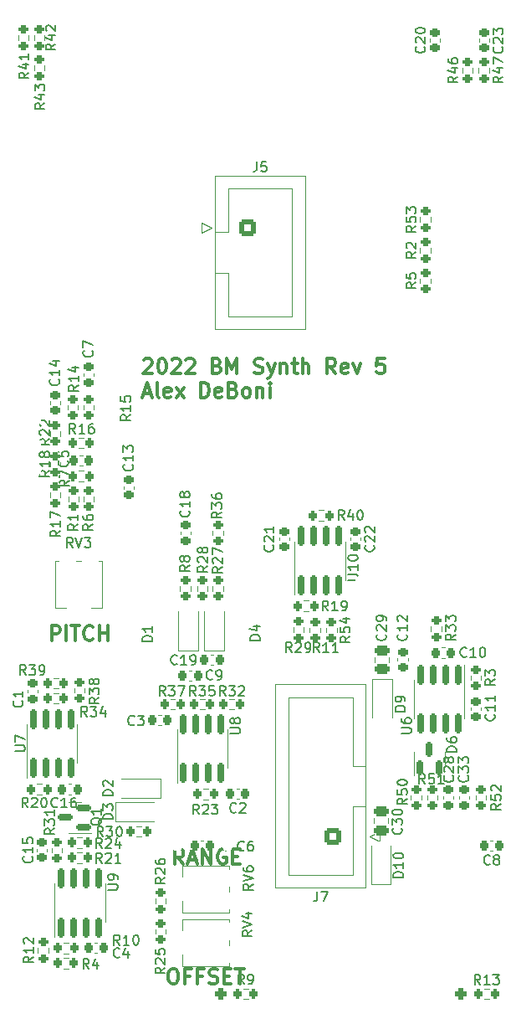
<source format=gto>
G04 #@! TF.GenerationSoftware,KiCad,Pcbnew,(6.0.0)*
G04 #@! TF.CreationDate,2022-08-05T10:14:58-07:00*
G04 #@! TF.ProjectId,synth,73796e74-682e-46b6-9963-61645f706362,rev?*
G04 #@! TF.SameCoordinates,Original*
G04 #@! TF.FileFunction,Legend,Top*
G04 #@! TF.FilePolarity,Positive*
%FSLAX46Y46*%
G04 Gerber Fmt 4.6, Leading zero omitted, Abs format (unit mm)*
G04 Created by KiCad (PCBNEW (6.0.0)) date 2022-08-05 10:14:58*
%MOMM*%
%LPD*%
G01*
G04 APERTURE LIST*
G04 Aperture macros list*
%AMRoundRect*
0 Rectangle with rounded corners*
0 $1 Rounding radius*
0 $2 $3 $4 $5 $6 $7 $8 $9 X,Y pos of 4 corners*
0 Add a 4 corners polygon primitive as box body*
4,1,4,$2,$3,$4,$5,$6,$7,$8,$9,$2,$3,0*
0 Add four circle primitives for the rounded corners*
1,1,$1+$1,$2,$3*
1,1,$1+$1,$4,$5*
1,1,$1+$1,$6,$7*
1,1,$1+$1,$8,$9*
0 Add four rect primitives between the rounded corners*
20,1,$1+$1,$2,$3,$4,$5,0*
20,1,$1+$1,$4,$5,$6,$7,0*
20,1,$1+$1,$6,$7,$8,$9,0*
20,1,$1+$1,$8,$9,$2,$3,0*%
G04 Aperture macros list end*
%ADD10C,0.300000*%
%ADD11C,0.150000*%
%ADD12C,0.120000*%
%ADD13RoundRect,0.225000X0.250000X-0.225000X0.250000X0.225000X-0.250000X0.225000X-0.250000X-0.225000X0*%
%ADD14RoundRect,0.150000X0.150000X-0.825000X0.150000X0.825000X-0.150000X0.825000X-0.150000X-0.825000X0*%
%ADD15RoundRect,0.200000X0.275000X-0.200000X0.275000X0.200000X-0.275000X0.200000X-0.275000X-0.200000X0*%
%ADD16RoundRect,0.225000X0.225000X0.250000X-0.225000X0.250000X-0.225000X-0.250000X0.225000X-0.250000X0*%
%ADD17RoundRect,0.225000X-0.250000X0.225000X-0.250000X-0.225000X0.250000X-0.225000X0.250000X0.225000X0*%
%ADD18RoundRect,0.200000X-0.200000X-0.275000X0.200000X-0.275000X0.200000X0.275000X-0.200000X0.275000X0*%
%ADD19RoundRect,0.200000X-0.275000X0.200000X-0.275000X-0.200000X0.275000X-0.200000X0.275000X0.200000X0*%
%ADD20RoundRect,0.250000X-0.475000X0.250000X-0.475000X-0.250000X0.475000X-0.250000X0.475000X0.250000X0*%
%ADD21RoundRect,0.200000X0.200000X0.275000X-0.200000X0.275000X-0.200000X-0.275000X0.200000X-0.275000X0*%
%ADD22RoundRect,0.225000X-0.225000X-0.250000X0.225000X-0.250000X0.225000X0.250000X-0.225000X0.250000X0*%
%ADD23RoundRect,0.250000X-0.600000X-0.600000X0.600000X-0.600000X0.600000X0.600000X-0.600000X0.600000X0*%
%ADD24C,1.700000*%
%ADD25RoundRect,0.150000X0.150000X-0.587500X0.150000X0.587500X-0.150000X0.587500X-0.150000X-0.587500X0*%
%ADD26R,0.900000X1.200000*%
%ADD27RoundRect,0.150000X0.587500X0.150000X-0.587500X0.150000X-0.587500X-0.150000X0.587500X-0.150000X0*%
%ADD28R,1.200000X0.900000*%
%ADD29RoundRect,0.250000X0.600000X0.600000X-0.600000X0.600000X-0.600000X-0.600000X0.600000X-0.600000X0*%
%ADD30R,1.300000X1.300000*%
%ADD31R,1.300000X2.000000*%
%ADD32RoundRect,0.150000X-0.150000X0.825000X-0.150000X-0.825000X0.150000X-0.825000X0.150000X0.825000X0*%
%ADD33R,2.000000X1.300000*%
%ADD34RoundRect,0.250000X0.475000X-0.250000X0.475000X0.250000X-0.475000X0.250000X-0.475000X-0.250000X0*%
%ADD35O,2.720000X3.240000*%
%ADD36R,1.800000X1.800000*%
%ADD37C,1.800000*%
%ADD38C,2.000000*%
%ADD39C,2.500000*%
%ADD40R,1.600000X1.600000*%
%ADD41O,1.600000X1.600000*%
%ADD42R,1.930000X1.830000*%
%ADD43C,2.130000*%
%ADD44RoundRect,0.287500X0.287500X-0.287500X0.287500X0.287500X-0.287500X0.287500X-0.287500X-0.287500X0*%
%ADD45C,1.150000*%
%ADD46C,3.100000*%
G04 APERTURE END LIST*
D10*
X140409285Y-128278571D02*
X139909285Y-127564285D01*
X139552142Y-128278571D02*
X139552142Y-126778571D01*
X140123571Y-126778571D01*
X140266428Y-126850000D01*
X140337857Y-126921428D01*
X140409285Y-127064285D01*
X140409285Y-127278571D01*
X140337857Y-127421428D01*
X140266428Y-127492857D01*
X140123571Y-127564285D01*
X139552142Y-127564285D01*
X140980714Y-127850000D02*
X141695000Y-127850000D01*
X140837857Y-128278571D02*
X141337857Y-126778571D01*
X141837857Y-128278571D01*
X142337857Y-128278571D02*
X142337857Y-126778571D01*
X143195000Y-128278571D01*
X143195000Y-126778571D01*
X144695000Y-126850000D02*
X144552142Y-126778571D01*
X144337857Y-126778571D01*
X144123571Y-126850000D01*
X143980714Y-126992857D01*
X143909285Y-127135714D01*
X143837857Y-127421428D01*
X143837857Y-127635714D01*
X143909285Y-127921428D01*
X143980714Y-128064285D01*
X144123571Y-128207142D01*
X144337857Y-128278571D01*
X144480714Y-128278571D01*
X144695000Y-128207142D01*
X144766428Y-128135714D01*
X144766428Y-127635714D01*
X144480714Y-127635714D01*
X145409285Y-127492857D02*
X145909285Y-127492857D01*
X146123571Y-128278571D02*
X145409285Y-128278571D01*
X145409285Y-126778571D01*
X146123571Y-126778571D01*
X136380714Y-77313928D02*
X136452142Y-77242500D01*
X136595000Y-77171071D01*
X136952142Y-77171071D01*
X137095000Y-77242500D01*
X137166428Y-77313928D01*
X137237857Y-77456785D01*
X137237857Y-77599642D01*
X137166428Y-77813928D01*
X136309285Y-78671071D01*
X137237857Y-78671071D01*
X138166428Y-77171071D02*
X138309285Y-77171071D01*
X138452142Y-77242500D01*
X138523571Y-77313928D01*
X138595000Y-77456785D01*
X138666428Y-77742500D01*
X138666428Y-78099642D01*
X138595000Y-78385357D01*
X138523571Y-78528214D01*
X138452142Y-78599642D01*
X138309285Y-78671071D01*
X138166428Y-78671071D01*
X138023571Y-78599642D01*
X137952142Y-78528214D01*
X137880714Y-78385357D01*
X137809285Y-78099642D01*
X137809285Y-77742500D01*
X137880714Y-77456785D01*
X137952142Y-77313928D01*
X138023571Y-77242500D01*
X138166428Y-77171071D01*
X139237857Y-77313928D02*
X139309285Y-77242500D01*
X139452142Y-77171071D01*
X139809285Y-77171071D01*
X139952142Y-77242500D01*
X140023571Y-77313928D01*
X140095000Y-77456785D01*
X140095000Y-77599642D01*
X140023571Y-77813928D01*
X139166428Y-78671071D01*
X140095000Y-78671071D01*
X140666428Y-77313928D02*
X140737857Y-77242500D01*
X140880714Y-77171071D01*
X141237857Y-77171071D01*
X141380714Y-77242500D01*
X141452142Y-77313928D01*
X141523571Y-77456785D01*
X141523571Y-77599642D01*
X141452142Y-77813928D01*
X140595000Y-78671071D01*
X141523571Y-78671071D01*
X143809285Y-77885357D02*
X144023571Y-77956785D01*
X144095000Y-78028214D01*
X144166428Y-78171071D01*
X144166428Y-78385357D01*
X144095000Y-78528214D01*
X144023571Y-78599642D01*
X143880714Y-78671071D01*
X143309285Y-78671071D01*
X143309285Y-77171071D01*
X143809285Y-77171071D01*
X143952142Y-77242500D01*
X144023571Y-77313928D01*
X144095000Y-77456785D01*
X144095000Y-77599642D01*
X144023571Y-77742500D01*
X143952142Y-77813928D01*
X143809285Y-77885357D01*
X143309285Y-77885357D01*
X144809285Y-78671071D02*
X144809285Y-77171071D01*
X145309285Y-78242500D01*
X145809285Y-77171071D01*
X145809285Y-78671071D01*
X147595000Y-78599642D02*
X147809285Y-78671071D01*
X148166428Y-78671071D01*
X148309285Y-78599642D01*
X148380714Y-78528214D01*
X148452142Y-78385357D01*
X148452142Y-78242500D01*
X148380714Y-78099642D01*
X148309285Y-78028214D01*
X148166428Y-77956785D01*
X147880714Y-77885357D01*
X147737857Y-77813928D01*
X147666428Y-77742500D01*
X147595000Y-77599642D01*
X147595000Y-77456785D01*
X147666428Y-77313928D01*
X147737857Y-77242500D01*
X147880714Y-77171071D01*
X148237857Y-77171071D01*
X148452142Y-77242500D01*
X148952142Y-77671071D02*
X149309285Y-78671071D01*
X149666428Y-77671071D02*
X149309285Y-78671071D01*
X149166428Y-79028214D01*
X149095000Y-79099642D01*
X148952142Y-79171071D01*
X150237857Y-77671071D02*
X150237857Y-78671071D01*
X150237857Y-77813928D02*
X150309285Y-77742500D01*
X150452142Y-77671071D01*
X150666428Y-77671071D01*
X150809285Y-77742500D01*
X150880714Y-77885357D01*
X150880714Y-78671071D01*
X151380714Y-77671071D02*
X151952142Y-77671071D01*
X151595000Y-77171071D02*
X151595000Y-78456785D01*
X151666428Y-78599642D01*
X151809285Y-78671071D01*
X151952142Y-78671071D01*
X152452142Y-78671071D02*
X152452142Y-77171071D01*
X153095000Y-78671071D02*
X153095000Y-77885357D01*
X153023571Y-77742500D01*
X152880714Y-77671071D01*
X152666428Y-77671071D01*
X152523571Y-77742500D01*
X152452142Y-77813928D01*
X155809285Y-78671071D02*
X155309285Y-77956785D01*
X154952142Y-78671071D02*
X154952142Y-77171071D01*
X155523571Y-77171071D01*
X155666428Y-77242500D01*
X155737857Y-77313928D01*
X155809285Y-77456785D01*
X155809285Y-77671071D01*
X155737857Y-77813928D01*
X155666428Y-77885357D01*
X155523571Y-77956785D01*
X154952142Y-77956785D01*
X157023571Y-78599642D02*
X156880714Y-78671071D01*
X156595000Y-78671071D01*
X156452142Y-78599642D01*
X156380714Y-78456785D01*
X156380714Y-77885357D01*
X156452142Y-77742500D01*
X156595000Y-77671071D01*
X156880714Y-77671071D01*
X157023571Y-77742500D01*
X157095000Y-77885357D01*
X157095000Y-78028214D01*
X156380714Y-78171071D01*
X157595000Y-77671071D02*
X157952142Y-78671071D01*
X158309285Y-77671071D01*
X160737857Y-77171071D02*
X160023571Y-77171071D01*
X159952142Y-77885357D01*
X160023571Y-77813928D01*
X160166428Y-77742500D01*
X160523571Y-77742500D01*
X160666428Y-77813928D01*
X160737857Y-77885357D01*
X160809285Y-78028214D01*
X160809285Y-78385357D01*
X160737857Y-78528214D01*
X160666428Y-78599642D01*
X160523571Y-78671071D01*
X160166428Y-78671071D01*
X160023571Y-78599642D01*
X159952142Y-78528214D01*
X136380714Y-80657500D02*
X137095000Y-80657500D01*
X136237857Y-81086071D02*
X136737857Y-79586071D01*
X137237857Y-81086071D01*
X137952142Y-81086071D02*
X137809285Y-81014642D01*
X137737857Y-80871785D01*
X137737857Y-79586071D01*
X139095000Y-81014642D02*
X138952142Y-81086071D01*
X138666428Y-81086071D01*
X138523571Y-81014642D01*
X138452142Y-80871785D01*
X138452142Y-80300357D01*
X138523571Y-80157500D01*
X138666428Y-80086071D01*
X138952142Y-80086071D01*
X139095000Y-80157500D01*
X139166428Y-80300357D01*
X139166428Y-80443214D01*
X138452142Y-80586071D01*
X139666428Y-81086071D02*
X140452142Y-80086071D01*
X139666428Y-80086071D02*
X140452142Y-81086071D01*
X142166428Y-81086071D02*
X142166428Y-79586071D01*
X142523571Y-79586071D01*
X142737857Y-79657500D01*
X142880714Y-79800357D01*
X142952142Y-79943214D01*
X143023571Y-80228928D01*
X143023571Y-80443214D01*
X142952142Y-80728928D01*
X142880714Y-80871785D01*
X142737857Y-81014642D01*
X142523571Y-81086071D01*
X142166428Y-81086071D01*
X144237857Y-81014642D02*
X144095000Y-81086071D01*
X143809285Y-81086071D01*
X143666428Y-81014642D01*
X143595000Y-80871785D01*
X143595000Y-80300357D01*
X143666428Y-80157500D01*
X143809285Y-80086071D01*
X144095000Y-80086071D01*
X144237857Y-80157500D01*
X144309285Y-80300357D01*
X144309285Y-80443214D01*
X143595000Y-80586071D01*
X145452142Y-80300357D02*
X145666428Y-80371785D01*
X145737857Y-80443214D01*
X145809285Y-80586071D01*
X145809285Y-80800357D01*
X145737857Y-80943214D01*
X145666428Y-81014642D01*
X145523571Y-81086071D01*
X144952142Y-81086071D01*
X144952142Y-79586071D01*
X145452142Y-79586071D01*
X145595000Y-79657500D01*
X145666428Y-79728928D01*
X145737857Y-79871785D01*
X145737857Y-80014642D01*
X145666428Y-80157500D01*
X145595000Y-80228928D01*
X145452142Y-80300357D01*
X144952142Y-80300357D01*
X146666428Y-81086071D02*
X146523571Y-81014642D01*
X146452142Y-80943214D01*
X146380714Y-80800357D01*
X146380714Y-80371785D01*
X146452142Y-80228928D01*
X146523571Y-80157500D01*
X146666428Y-80086071D01*
X146880714Y-80086071D01*
X147023571Y-80157500D01*
X147095000Y-80228928D01*
X147166428Y-80371785D01*
X147166428Y-80800357D01*
X147095000Y-80943214D01*
X147023571Y-81014642D01*
X146880714Y-81086071D01*
X146666428Y-81086071D01*
X147809285Y-80086071D02*
X147809285Y-81086071D01*
X147809285Y-80228928D02*
X147880714Y-80157500D01*
X148023571Y-80086071D01*
X148237857Y-80086071D01*
X148380714Y-80157500D01*
X148452142Y-80300357D01*
X148452142Y-81086071D01*
X149166428Y-81086071D02*
X149166428Y-80086071D01*
X149166428Y-79586071D02*
X149095000Y-79657500D01*
X149166428Y-79728928D01*
X149237857Y-79657500D01*
X149166428Y-79586071D01*
X149166428Y-79728928D01*
X139237857Y-138878571D02*
X139523571Y-138878571D01*
X139666428Y-138950000D01*
X139809285Y-139092857D01*
X139880714Y-139378571D01*
X139880714Y-139878571D01*
X139809285Y-140164285D01*
X139666428Y-140307142D01*
X139523571Y-140378571D01*
X139237857Y-140378571D01*
X139095000Y-140307142D01*
X138952142Y-140164285D01*
X138880714Y-139878571D01*
X138880714Y-139378571D01*
X138952142Y-139092857D01*
X139095000Y-138950000D01*
X139237857Y-138878571D01*
X141023571Y-139592857D02*
X140523571Y-139592857D01*
X140523571Y-140378571D02*
X140523571Y-138878571D01*
X141237857Y-138878571D01*
X142309285Y-139592857D02*
X141809285Y-139592857D01*
X141809285Y-140378571D02*
X141809285Y-138878571D01*
X142523571Y-138878571D01*
X143023571Y-140307142D02*
X143237857Y-140378571D01*
X143595000Y-140378571D01*
X143737857Y-140307142D01*
X143809285Y-140235714D01*
X143880714Y-140092857D01*
X143880714Y-139950000D01*
X143809285Y-139807142D01*
X143737857Y-139735714D01*
X143595000Y-139664285D01*
X143309285Y-139592857D01*
X143166428Y-139521428D01*
X143095000Y-139450000D01*
X143023571Y-139307142D01*
X143023571Y-139164285D01*
X143095000Y-139021428D01*
X143166428Y-138950000D01*
X143309285Y-138878571D01*
X143666428Y-138878571D01*
X143880714Y-138950000D01*
X144523571Y-139592857D02*
X145023571Y-139592857D01*
X145237857Y-140378571D02*
X144523571Y-140378571D01*
X144523571Y-138878571D01*
X145237857Y-138878571D01*
X145666428Y-138878571D02*
X146523571Y-138878571D01*
X146095000Y-140378571D02*
X146095000Y-138878571D01*
X127042857Y-105678571D02*
X127042857Y-104178571D01*
X127614285Y-104178571D01*
X127757142Y-104250000D01*
X127828571Y-104321428D01*
X127900000Y-104464285D01*
X127900000Y-104678571D01*
X127828571Y-104821428D01*
X127757142Y-104892857D01*
X127614285Y-104964285D01*
X127042857Y-104964285D01*
X128542857Y-105678571D02*
X128542857Y-104178571D01*
X129042857Y-104178571D02*
X129900000Y-104178571D01*
X129471428Y-105678571D02*
X129471428Y-104178571D01*
X131257142Y-105535714D02*
X131185714Y-105607142D01*
X130971428Y-105678571D01*
X130828571Y-105678571D01*
X130614285Y-105607142D01*
X130471428Y-105464285D01*
X130400000Y-105321428D01*
X130328571Y-105035714D01*
X130328571Y-104821428D01*
X130400000Y-104535714D01*
X130471428Y-104392857D01*
X130614285Y-104250000D01*
X130828571Y-104178571D01*
X130971428Y-104178571D01*
X131185714Y-104250000D01*
X131257142Y-104321428D01*
X131900000Y-105678571D02*
X131900000Y-104178571D01*
X131900000Y-104892857D02*
X132757142Y-104892857D01*
X132757142Y-105678571D02*
X132757142Y-104178571D01*
D11*
X140957142Y-92542857D02*
X141004761Y-92590476D01*
X141052380Y-92733333D01*
X141052380Y-92828571D01*
X141004761Y-92971428D01*
X140909523Y-93066666D01*
X140814285Y-93114285D01*
X140623809Y-93161904D01*
X140480952Y-93161904D01*
X140290476Y-93114285D01*
X140195238Y-93066666D01*
X140100000Y-92971428D01*
X140052380Y-92828571D01*
X140052380Y-92733333D01*
X140100000Y-92590476D01*
X140147619Y-92542857D01*
X141052380Y-91590476D02*
X141052380Y-92161904D01*
X141052380Y-91876190D02*
X140052380Y-91876190D01*
X140195238Y-91971428D01*
X140290476Y-92066666D01*
X140338095Y-92161904D01*
X140480952Y-91019047D02*
X140433333Y-91114285D01*
X140385714Y-91161904D01*
X140290476Y-91209523D01*
X140242857Y-91209523D01*
X140147619Y-91161904D01*
X140100000Y-91114285D01*
X140052380Y-91019047D01*
X140052380Y-90828571D01*
X140100000Y-90733333D01*
X140147619Y-90685714D01*
X140242857Y-90638095D01*
X140290476Y-90638095D01*
X140385714Y-90685714D01*
X140433333Y-90733333D01*
X140480952Y-90828571D01*
X140480952Y-91019047D01*
X140528571Y-91114285D01*
X140576190Y-91161904D01*
X140671428Y-91209523D01*
X140861904Y-91209523D01*
X140957142Y-91161904D01*
X141004761Y-91114285D01*
X141052380Y-91019047D01*
X141052380Y-90828571D01*
X141004761Y-90733333D01*
X140957142Y-90685714D01*
X140861904Y-90638095D01*
X140671428Y-90638095D01*
X140576190Y-90685714D01*
X140528571Y-90733333D01*
X140480952Y-90828571D01*
X145152380Y-115061904D02*
X145961904Y-115061904D01*
X146057142Y-115014285D01*
X146104761Y-114966666D01*
X146152380Y-114871428D01*
X146152380Y-114680952D01*
X146104761Y-114585714D01*
X146057142Y-114538095D01*
X145961904Y-114490476D01*
X145152380Y-114490476D01*
X145580952Y-113871428D02*
X145533333Y-113966666D01*
X145485714Y-114014285D01*
X145390476Y-114061904D01*
X145342857Y-114061904D01*
X145247619Y-114014285D01*
X145200000Y-113966666D01*
X145152380Y-113871428D01*
X145152380Y-113680952D01*
X145200000Y-113585714D01*
X145247619Y-113538095D01*
X145342857Y-113490476D01*
X145390476Y-113490476D01*
X145485714Y-113538095D01*
X145533333Y-113585714D01*
X145580952Y-113680952D01*
X145580952Y-113871428D01*
X145628571Y-113966666D01*
X145676190Y-114014285D01*
X145771428Y-114061904D01*
X145961904Y-114061904D01*
X146057142Y-114014285D01*
X146104761Y-113966666D01*
X146152380Y-113871428D01*
X146152380Y-113680952D01*
X146104761Y-113585714D01*
X146057142Y-113538095D01*
X145961904Y-113490476D01*
X145771428Y-113490476D01*
X145676190Y-113538095D01*
X145628571Y-113585714D01*
X145580952Y-113680952D01*
X127952380Y-94542857D02*
X127476190Y-94876190D01*
X127952380Y-95114285D02*
X126952380Y-95114285D01*
X126952380Y-94733333D01*
X127000000Y-94638095D01*
X127047619Y-94590476D01*
X127142857Y-94542857D01*
X127285714Y-94542857D01*
X127380952Y-94590476D01*
X127428571Y-94638095D01*
X127476190Y-94733333D01*
X127476190Y-95114285D01*
X127952380Y-93590476D02*
X127952380Y-94161904D01*
X127952380Y-93876190D02*
X126952380Y-93876190D01*
X127095238Y-93971428D01*
X127190476Y-94066666D01*
X127238095Y-94161904D01*
X126952380Y-93257142D02*
X126952380Y-92590476D01*
X127952380Y-93019047D01*
X127657142Y-122457142D02*
X127609523Y-122504761D01*
X127466666Y-122552380D01*
X127371428Y-122552380D01*
X127228571Y-122504761D01*
X127133333Y-122409523D01*
X127085714Y-122314285D01*
X127038095Y-122123809D01*
X127038095Y-121980952D01*
X127085714Y-121790476D01*
X127133333Y-121695238D01*
X127228571Y-121600000D01*
X127371428Y-121552380D01*
X127466666Y-121552380D01*
X127609523Y-121600000D01*
X127657142Y-121647619D01*
X128609523Y-122552380D02*
X128038095Y-122552380D01*
X128323809Y-122552380D02*
X128323809Y-121552380D01*
X128228571Y-121695238D01*
X128133333Y-121790476D01*
X128038095Y-121838095D01*
X129466666Y-121552380D02*
X129276190Y-121552380D01*
X129180952Y-121600000D01*
X129133333Y-121647619D01*
X129038095Y-121790476D01*
X128990476Y-121980952D01*
X128990476Y-122361904D01*
X129038095Y-122457142D01*
X129085714Y-122504761D01*
X129180952Y-122552380D01*
X129371428Y-122552380D01*
X129466666Y-122504761D01*
X129514285Y-122457142D01*
X129561904Y-122361904D01*
X129561904Y-122123809D01*
X129514285Y-122028571D01*
X129466666Y-121980952D01*
X129371428Y-121933333D01*
X129180952Y-121933333D01*
X129085714Y-121980952D01*
X129038095Y-122028571D01*
X128990476Y-122123809D01*
X143333333Y-109557142D02*
X143285714Y-109604761D01*
X143142857Y-109652380D01*
X143047619Y-109652380D01*
X142904761Y-109604761D01*
X142809523Y-109509523D01*
X142761904Y-109414285D01*
X142714285Y-109223809D01*
X142714285Y-109080952D01*
X142761904Y-108890476D01*
X142809523Y-108795238D01*
X142904761Y-108700000D01*
X143047619Y-108652380D01*
X143142857Y-108652380D01*
X143285714Y-108700000D01*
X143333333Y-108747619D01*
X143809523Y-109652380D02*
X144000000Y-109652380D01*
X144095238Y-109604761D01*
X144142857Y-109557142D01*
X144238095Y-109414285D01*
X144285714Y-109223809D01*
X144285714Y-108842857D01*
X144238095Y-108747619D01*
X144190476Y-108700000D01*
X144095238Y-108652380D01*
X143904761Y-108652380D01*
X143809523Y-108700000D01*
X143761904Y-108747619D01*
X143714285Y-108842857D01*
X143714285Y-109080952D01*
X143761904Y-109176190D01*
X143809523Y-109223809D01*
X143904761Y-109271428D01*
X144095238Y-109271428D01*
X144190476Y-109223809D01*
X144238095Y-109176190D01*
X144285714Y-109080952D01*
X162957142Y-105042857D02*
X163004761Y-105090476D01*
X163052380Y-105233333D01*
X163052380Y-105328571D01*
X163004761Y-105471428D01*
X162909523Y-105566666D01*
X162814285Y-105614285D01*
X162623809Y-105661904D01*
X162480952Y-105661904D01*
X162290476Y-105614285D01*
X162195238Y-105566666D01*
X162100000Y-105471428D01*
X162052380Y-105328571D01*
X162052380Y-105233333D01*
X162100000Y-105090476D01*
X162147619Y-105042857D01*
X163052380Y-104090476D02*
X163052380Y-104661904D01*
X163052380Y-104376190D02*
X162052380Y-104376190D01*
X162195238Y-104471428D01*
X162290476Y-104566666D01*
X162338095Y-104661904D01*
X162147619Y-103709523D02*
X162100000Y-103661904D01*
X162052380Y-103566666D01*
X162052380Y-103328571D01*
X162100000Y-103233333D01*
X162147619Y-103185714D01*
X162242857Y-103138095D01*
X162338095Y-103138095D01*
X162480952Y-103185714D01*
X163052380Y-103757142D01*
X163052380Y-103138095D01*
X138557142Y-111252380D02*
X138223809Y-110776190D01*
X137985714Y-111252380D02*
X137985714Y-110252380D01*
X138366666Y-110252380D01*
X138461904Y-110300000D01*
X138509523Y-110347619D01*
X138557142Y-110442857D01*
X138557142Y-110585714D01*
X138509523Y-110680952D01*
X138461904Y-110728571D01*
X138366666Y-110776190D01*
X137985714Y-110776190D01*
X138890476Y-110252380D02*
X139509523Y-110252380D01*
X139176190Y-110633333D01*
X139319047Y-110633333D01*
X139414285Y-110680952D01*
X139461904Y-110728571D01*
X139509523Y-110823809D01*
X139509523Y-111061904D01*
X139461904Y-111157142D01*
X139414285Y-111204761D01*
X139319047Y-111252380D01*
X139033333Y-111252380D01*
X138938095Y-111204761D01*
X138890476Y-111157142D01*
X139842857Y-110252380D02*
X140509523Y-110252380D01*
X140080952Y-111252380D01*
X169057142Y-107257142D02*
X169009523Y-107304761D01*
X168866666Y-107352380D01*
X168771428Y-107352380D01*
X168628571Y-107304761D01*
X168533333Y-107209523D01*
X168485714Y-107114285D01*
X168438095Y-106923809D01*
X168438095Y-106780952D01*
X168485714Y-106590476D01*
X168533333Y-106495238D01*
X168628571Y-106400000D01*
X168771428Y-106352380D01*
X168866666Y-106352380D01*
X169009523Y-106400000D01*
X169057142Y-106447619D01*
X170009523Y-107352380D02*
X169438095Y-107352380D01*
X169723809Y-107352380D02*
X169723809Y-106352380D01*
X169628571Y-106495238D01*
X169533333Y-106590476D01*
X169438095Y-106638095D01*
X170628571Y-106352380D02*
X170723809Y-106352380D01*
X170819047Y-106400000D01*
X170866666Y-106447619D01*
X170914285Y-106542857D01*
X170961904Y-106733333D01*
X170961904Y-106971428D01*
X170914285Y-107161904D01*
X170866666Y-107257142D01*
X170819047Y-107304761D01*
X170723809Y-107352380D01*
X170628571Y-107352380D01*
X170533333Y-107304761D01*
X170485714Y-107257142D01*
X170438095Y-107161904D01*
X170390476Y-106971428D01*
X170390476Y-106733333D01*
X170438095Y-106542857D01*
X170485714Y-106447619D01*
X170533333Y-106400000D01*
X170628571Y-106352380D01*
X167952380Y-105042857D02*
X167476190Y-105376190D01*
X167952380Y-105614285D02*
X166952380Y-105614285D01*
X166952380Y-105233333D01*
X167000000Y-105138095D01*
X167047619Y-105090476D01*
X167142857Y-105042857D01*
X167285714Y-105042857D01*
X167380952Y-105090476D01*
X167428571Y-105138095D01*
X167476190Y-105233333D01*
X167476190Y-105614285D01*
X166952380Y-104709523D02*
X166952380Y-104090476D01*
X167333333Y-104423809D01*
X167333333Y-104280952D01*
X167380952Y-104185714D01*
X167428571Y-104138095D01*
X167523809Y-104090476D01*
X167761904Y-104090476D01*
X167857142Y-104138095D01*
X167904761Y-104185714D01*
X167952380Y-104280952D01*
X167952380Y-104566666D01*
X167904761Y-104661904D01*
X167857142Y-104709523D01*
X166952380Y-103757142D02*
X166952380Y-103138095D01*
X167333333Y-103471428D01*
X167333333Y-103328571D01*
X167380952Y-103233333D01*
X167428571Y-103185714D01*
X167523809Y-103138095D01*
X167761904Y-103138095D01*
X167857142Y-103185714D01*
X167904761Y-103233333D01*
X167952380Y-103328571D01*
X167952380Y-103614285D01*
X167904761Y-103709523D01*
X167857142Y-103757142D01*
X160857142Y-105042857D02*
X160904761Y-105090476D01*
X160952380Y-105233333D01*
X160952380Y-105328571D01*
X160904761Y-105471428D01*
X160809523Y-105566666D01*
X160714285Y-105614285D01*
X160523809Y-105661904D01*
X160380952Y-105661904D01*
X160190476Y-105614285D01*
X160095238Y-105566666D01*
X160000000Y-105471428D01*
X159952380Y-105328571D01*
X159952380Y-105233333D01*
X160000000Y-105090476D01*
X160047619Y-105042857D01*
X160047619Y-104661904D02*
X160000000Y-104614285D01*
X159952380Y-104519047D01*
X159952380Y-104280952D01*
X160000000Y-104185714D01*
X160047619Y-104138095D01*
X160142857Y-104090476D01*
X160238095Y-104090476D01*
X160380952Y-104138095D01*
X160952380Y-104709523D01*
X160952380Y-104090476D01*
X160952380Y-103614285D02*
X160952380Y-103423809D01*
X160904761Y-103328571D01*
X160857142Y-103280952D01*
X160714285Y-103185714D01*
X160523809Y-103138095D01*
X160142857Y-103138095D01*
X160047619Y-103185714D01*
X160000000Y-103233333D01*
X159952380Y-103328571D01*
X159952380Y-103519047D01*
X160000000Y-103614285D01*
X160047619Y-103661904D01*
X160142857Y-103709523D01*
X160380952Y-103709523D01*
X160476190Y-103661904D01*
X160523809Y-103614285D01*
X160571428Y-103519047D01*
X160571428Y-103328571D01*
X160523809Y-103233333D01*
X160476190Y-103185714D01*
X160380952Y-103138095D01*
X155057142Y-102652380D02*
X154723809Y-102176190D01*
X154485714Y-102652380D02*
X154485714Y-101652380D01*
X154866666Y-101652380D01*
X154961904Y-101700000D01*
X155009523Y-101747619D01*
X155057142Y-101842857D01*
X155057142Y-101985714D01*
X155009523Y-102080952D01*
X154961904Y-102128571D01*
X154866666Y-102176190D01*
X154485714Y-102176190D01*
X156009523Y-102652380D02*
X155438095Y-102652380D01*
X155723809Y-102652380D02*
X155723809Y-101652380D01*
X155628571Y-101795238D01*
X155533333Y-101890476D01*
X155438095Y-101938095D01*
X156485714Y-102652380D02*
X156676190Y-102652380D01*
X156771428Y-102604761D01*
X156819047Y-102557142D01*
X156914285Y-102414285D01*
X156961904Y-102223809D01*
X156961904Y-101842857D01*
X156914285Y-101747619D01*
X156866666Y-101700000D01*
X156771428Y-101652380D01*
X156580952Y-101652380D01*
X156485714Y-101700000D01*
X156438095Y-101747619D01*
X156390476Y-101842857D01*
X156390476Y-102080952D01*
X156438095Y-102176190D01*
X156485714Y-102223809D01*
X156580952Y-102271428D01*
X156771428Y-102271428D01*
X156866666Y-102223809D01*
X156914285Y-102176190D01*
X156961904Y-102080952D01*
X169157142Y-119342857D02*
X169204761Y-119390476D01*
X169252380Y-119533333D01*
X169252380Y-119628571D01*
X169204761Y-119771428D01*
X169109523Y-119866666D01*
X169014285Y-119914285D01*
X168823809Y-119961904D01*
X168680952Y-119961904D01*
X168490476Y-119914285D01*
X168395238Y-119866666D01*
X168300000Y-119771428D01*
X168252380Y-119628571D01*
X168252380Y-119533333D01*
X168300000Y-119390476D01*
X168347619Y-119342857D01*
X168252380Y-119009523D02*
X168252380Y-118390476D01*
X168633333Y-118723809D01*
X168633333Y-118580952D01*
X168680952Y-118485714D01*
X168728571Y-118438095D01*
X168823809Y-118390476D01*
X169061904Y-118390476D01*
X169157142Y-118438095D01*
X169204761Y-118485714D01*
X169252380Y-118580952D01*
X169252380Y-118866666D01*
X169204761Y-118961904D01*
X169157142Y-119009523D01*
X168252380Y-118057142D02*
X168252380Y-117438095D01*
X168633333Y-117771428D01*
X168633333Y-117628571D01*
X168680952Y-117533333D01*
X168728571Y-117485714D01*
X168823809Y-117438095D01*
X169061904Y-117438095D01*
X169157142Y-117485714D01*
X169204761Y-117533333D01*
X169252380Y-117628571D01*
X169252380Y-117914285D01*
X169204761Y-118009523D01*
X169157142Y-118057142D01*
X146533333Y-126857142D02*
X146485714Y-126904761D01*
X146342857Y-126952380D01*
X146247619Y-126952380D01*
X146104761Y-126904761D01*
X146009523Y-126809523D01*
X145961904Y-126714285D01*
X145914285Y-126523809D01*
X145914285Y-126380952D01*
X145961904Y-126190476D01*
X146009523Y-126095238D01*
X146104761Y-126000000D01*
X146247619Y-125952380D01*
X146342857Y-125952380D01*
X146485714Y-126000000D01*
X146533333Y-126047619D01*
X147390476Y-125952380D02*
X147200000Y-125952380D01*
X147104761Y-126000000D01*
X147057142Y-126047619D01*
X146961904Y-126190476D01*
X146914285Y-126380952D01*
X146914285Y-126761904D01*
X146961904Y-126857142D01*
X147009523Y-126904761D01*
X147104761Y-126952380D01*
X147295238Y-126952380D01*
X147390476Y-126904761D01*
X147438095Y-126857142D01*
X147485714Y-126761904D01*
X147485714Y-126523809D01*
X147438095Y-126428571D01*
X147390476Y-126380952D01*
X147295238Y-126333333D01*
X147104761Y-126333333D01*
X147009523Y-126380952D01*
X146961904Y-126428571D01*
X146914285Y-126523809D01*
X147836666Y-57252380D02*
X147836666Y-57966666D01*
X147789047Y-58109523D01*
X147693809Y-58204761D01*
X147550952Y-58252380D01*
X147455714Y-58252380D01*
X148789047Y-57252380D02*
X148312857Y-57252380D01*
X148265238Y-57728571D01*
X148312857Y-57680952D01*
X148408095Y-57633333D01*
X148646190Y-57633333D01*
X148741428Y-57680952D01*
X148789047Y-57728571D01*
X148836666Y-57823809D01*
X148836666Y-58061904D01*
X148789047Y-58157142D01*
X148741428Y-58204761D01*
X148646190Y-58252380D01*
X148408095Y-58252380D01*
X148312857Y-58204761D01*
X148265238Y-58157142D01*
X126352380Y-51342857D02*
X125876190Y-51676190D01*
X126352380Y-51914285D02*
X125352380Y-51914285D01*
X125352380Y-51533333D01*
X125400000Y-51438095D01*
X125447619Y-51390476D01*
X125542857Y-51342857D01*
X125685714Y-51342857D01*
X125780952Y-51390476D01*
X125828571Y-51438095D01*
X125876190Y-51533333D01*
X125876190Y-51914285D01*
X125685714Y-50485714D02*
X126352380Y-50485714D01*
X125304761Y-50723809D02*
X126019047Y-50961904D01*
X126019047Y-50342857D01*
X125352380Y-50057142D02*
X125352380Y-49438095D01*
X125733333Y-49771428D01*
X125733333Y-49628571D01*
X125780952Y-49533333D01*
X125828571Y-49485714D01*
X125923809Y-49438095D01*
X126161904Y-49438095D01*
X126257142Y-49485714D01*
X126304761Y-49533333D01*
X126352380Y-49628571D01*
X126352380Y-49914285D01*
X126304761Y-50009523D01*
X126257142Y-50057142D01*
X130657142Y-113352380D02*
X130323809Y-112876190D01*
X130085714Y-113352380D02*
X130085714Y-112352380D01*
X130466666Y-112352380D01*
X130561904Y-112400000D01*
X130609523Y-112447619D01*
X130657142Y-112542857D01*
X130657142Y-112685714D01*
X130609523Y-112780952D01*
X130561904Y-112828571D01*
X130466666Y-112876190D01*
X130085714Y-112876190D01*
X130990476Y-112352380D02*
X131609523Y-112352380D01*
X131276190Y-112733333D01*
X131419047Y-112733333D01*
X131514285Y-112780952D01*
X131561904Y-112828571D01*
X131609523Y-112923809D01*
X131609523Y-113161904D01*
X131561904Y-113257142D01*
X131514285Y-113304761D01*
X131419047Y-113352380D01*
X131133333Y-113352380D01*
X131038095Y-113304761D01*
X130990476Y-113257142D01*
X132466666Y-112685714D02*
X132466666Y-113352380D01*
X132228571Y-112304761D02*
X131990476Y-113019047D01*
X132609523Y-113019047D01*
X157052380Y-99538095D02*
X157861904Y-99538095D01*
X157957142Y-99490476D01*
X158004761Y-99442857D01*
X158052380Y-99347619D01*
X158052380Y-99157142D01*
X158004761Y-99061904D01*
X157957142Y-99014285D01*
X157861904Y-98966666D01*
X157052380Y-98966666D01*
X158052380Y-97966666D02*
X158052380Y-98538095D01*
X158052380Y-98252380D02*
X157052380Y-98252380D01*
X157195238Y-98347619D01*
X157290476Y-98442857D01*
X157338095Y-98538095D01*
X157052380Y-97347619D02*
X157052380Y-97252380D01*
X157100000Y-97157142D01*
X157147619Y-97109523D01*
X157242857Y-97061904D01*
X157433333Y-97014285D01*
X157671428Y-97014285D01*
X157861904Y-97061904D01*
X157957142Y-97109523D01*
X158004761Y-97157142D01*
X158052380Y-97252380D01*
X158052380Y-97347619D01*
X158004761Y-97442857D01*
X157957142Y-97490476D01*
X157861904Y-97538095D01*
X157671428Y-97585714D01*
X157433333Y-97585714D01*
X157242857Y-97538095D01*
X157147619Y-97490476D01*
X157100000Y-97442857D01*
X157052380Y-97347619D01*
X151378142Y-106863380D02*
X151044809Y-106387190D01*
X150806714Y-106863380D02*
X150806714Y-105863380D01*
X151187666Y-105863380D01*
X151282904Y-105911000D01*
X151330523Y-105958619D01*
X151378142Y-106053857D01*
X151378142Y-106196714D01*
X151330523Y-106291952D01*
X151282904Y-106339571D01*
X151187666Y-106387190D01*
X150806714Y-106387190D01*
X151759095Y-105958619D02*
X151806714Y-105911000D01*
X151901952Y-105863380D01*
X152140047Y-105863380D01*
X152235285Y-105911000D01*
X152282904Y-105958619D01*
X152330523Y-106053857D01*
X152330523Y-106149095D01*
X152282904Y-106291952D01*
X151711476Y-106863380D01*
X152330523Y-106863380D01*
X152806714Y-106863380D02*
X152997190Y-106863380D01*
X153092428Y-106815761D01*
X153140047Y-106768142D01*
X153235285Y-106625285D01*
X153282904Y-106434809D01*
X153282904Y-106053857D01*
X153235285Y-105958619D01*
X153187666Y-105911000D01*
X153092428Y-105863380D01*
X152901952Y-105863380D01*
X152806714Y-105911000D01*
X152759095Y-105958619D01*
X152711476Y-106053857D01*
X152711476Y-106291952D01*
X152759095Y-106387190D01*
X152806714Y-106434809D01*
X152901952Y-106482428D01*
X153092428Y-106482428D01*
X153187666Y-106434809D01*
X153235285Y-106387190D01*
X153282904Y-106291952D01*
X128852380Y-89466666D02*
X128376190Y-89800000D01*
X128852380Y-90038095D02*
X127852380Y-90038095D01*
X127852380Y-89657142D01*
X127900000Y-89561904D01*
X127947619Y-89514285D01*
X128042857Y-89466666D01*
X128185714Y-89466666D01*
X128280952Y-89514285D01*
X128328571Y-89561904D01*
X128376190Y-89657142D01*
X128376190Y-90038095D01*
X127852380Y-89133333D02*
X127852380Y-88466666D01*
X128852380Y-88895238D01*
X123352380Y-116861904D02*
X124161904Y-116861904D01*
X124257142Y-116814285D01*
X124304761Y-116766666D01*
X124352380Y-116671428D01*
X124352380Y-116480952D01*
X124304761Y-116385714D01*
X124257142Y-116338095D01*
X124161904Y-116290476D01*
X123352380Y-116290476D01*
X123352380Y-115909523D02*
X123352380Y-115242857D01*
X124352380Y-115671428D01*
X168052380Y-116938095D02*
X167052380Y-116938095D01*
X167052380Y-116700000D01*
X167100000Y-116557142D01*
X167195238Y-116461904D01*
X167290476Y-116414285D01*
X167480952Y-116366666D01*
X167623809Y-116366666D01*
X167814285Y-116414285D01*
X167909523Y-116461904D01*
X168004761Y-116557142D01*
X168052380Y-116700000D01*
X168052380Y-116938095D01*
X167052380Y-115509523D02*
X167052380Y-115700000D01*
X167100000Y-115795238D01*
X167147619Y-115842857D01*
X167290476Y-115938095D01*
X167480952Y-115985714D01*
X167861904Y-115985714D01*
X167957142Y-115938095D01*
X168004761Y-115890476D01*
X168052380Y-115795238D01*
X168052380Y-115604761D01*
X168004761Y-115509523D01*
X167957142Y-115461904D01*
X167861904Y-115414285D01*
X167623809Y-115414285D01*
X167528571Y-115461904D01*
X167480952Y-115509523D01*
X167433333Y-115604761D01*
X167433333Y-115795238D01*
X167480952Y-115890476D01*
X167528571Y-115938095D01*
X167623809Y-115985714D01*
X131852380Y-111442857D02*
X131376190Y-111776190D01*
X131852380Y-112014285D02*
X130852380Y-112014285D01*
X130852380Y-111633333D01*
X130900000Y-111538095D01*
X130947619Y-111490476D01*
X131042857Y-111442857D01*
X131185714Y-111442857D01*
X131280952Y-111490476D01*
X131328571Y-111538095D01*
X131376190Y-111633333D01*
X131376190Y-112014285D01*
X130852380Y-111109523D02*
X130852380Y-110490476D01*
X131233333Y-110823809D01*
X131233333Y-110680952D01*
X131280952Y-110585714D01*
X131328571Y-110538095D01*
X131423809Y-110490476D01*
X131661904Y-110490476D01*
X131757142Y-110538095D01*
X131804761Y-110585714D01*
X131852380Y-110680952D01*
X131852380Y-110966666D01*
X131804761Y-111061904D01*
X131757142Y-111109523D01*
X131280952Y-109919047D02*
X131233333Y-110014285D01*
X131185714Y-110061904D01*
X131090476Y-110109523D01*
X131042857Y-110109523D01*
X130947619Y-110061904D01*
X130900000Y-110014285D01*
X130852380Y-109919047D01*
X130852380Y-109728571D01*
X130900000Y-109633333D01*
X130947619Y-109585714D01*
X131042857Y-109538095D01*
X131090476Y-109538095D01*
X131185714Y-109585714D01*
X131233333Y-109633333D01*
X131280952Y-109728571D01*
X131280952Y-109919047D01*
X131328571Y-110014285D01*
X131376190Y-110061904D01*
X131471428Y-110109523D01*
X131661904Y-110109523D01*
X131757142Y-110061904D01*
X131804761Y-110014285D01*
X131852380Y-109919047D01*
X131852380Y-109728571D01*
X131804761Y-109633333D01*
X131757142Y-109585714D01*
X131661904Y-109538095D01*
X131471428Y-109538095D01*
X131376190Y-109585714D01*
X131328571Y-109633333D01*
X131280952Y-109728571D01*
X159657142Y-96042857D02*
X159704761Y-96090476D01*
X159752380Y-96233333D01*
X159752380Y-96328571D01*
X159704761Y-96471428D01*
X159609523Y-96566666D01*
X159514285Y-96614285D01*
X159323809Y-96661904D01*
X159180952Y-96661904D01*
X158990476Y-96614285D01*
X158895238Y-96566666D01*
X158800000Y-96471428D01*
X158752380Y-96328571D01*
X158752380Y-96233333D01*
X158800000Y-96090476D01*
X158847619Y-96042857D01*
X158847619Y-95661904D02*
X158800000Y-95614285D01*
X158752380Y-95519047D01*
X158752380Y-95280952D01*
X158800000Y-95185714D01*
X158847619Y-95138095D01*
X158942857Y-95090476D01*
X159038095Y-95090476D01*
X159180952Y-95138095D01*
X159752380Y-95709523D01*
X159752380Y-95090476D01*
X158847619Y-94709523D02*
X158800000Y-94661904D01*
X158752380Y-94566666D01*
X158752380Y-94328571D01*
X158800000Y-94233333D01*
X158847619Y-94185714D01*
X158942857Y-94138095D01*
X159038095Y-94138095D01*
X159180952Y-94185714D01*
X159752380Y-94757142D01*
X159752380Y-94138095D01*
X133252380Y-123738095D02*
X132252380Y-123738095D01*
X132252380Y-123500000D01*
X132300000Y-123357142D01*
X132395238Y-123261904D01*
X132490476Y-123214285D01*
X132680952Y-123166666D01*
X132823809Y-123166666D01*
X133014285Y-123214285D01*
X133109523Y-123261904D01*
X133204761Y-123357142D01*
X133252380Y-123500000D01*
X133252380Y-123738095D01*
X132252380Y-122833333D02*
X132252380Y-122214285D01*
X132633333Y-122547619D01*
X132633333Y-122404761D01*
X132680952Y-122309523D01*
X132728571Y-122261904D01*
X132823809Y-122214285D01*
X133061904Y-122214285D01*
X133157142Y-122261904D01*
X133204761Y-122309523D01*
X133252380Y-122404761D01*
X133252380Y-122690476D01*
X133204761Y-122785714D01*
X133157142Y-122833333D01*
X142852380Y-98142857D02*
X142376190Y-98476190D01*
X142852380Y-98714285D02*
X141852380Y-98714285D01*
X141852380Y-98333333D01*
X141900000Y-98238095D01*
X141947619Y-98190476D01*
X142042857Y-98142857D01*
X142185714Y-98142857D01*
X142280952Y-98190476D01*
X142328571Y-98238095D01*
X142376190Y-98333333D01*
X142376190Y-98714285D01*
X141947619Y-97761904D02*
X141900000Y-97714285D01*
X141852380Y-97619047D01*
X141852380Y-97380952D01*
X141900000Y-97285714D01*
X141947619Y-97238095D01*
X142042857Y-97190476D01*
X142138095Y-97190476D01*
X142280952Y-97238095D01*
X142852380Y-97809523D01*
X142852380Y-97190476D01*
X142280952Y-96619047D02*
X142233333Y-96714285D01*
X142185714Y-96761904D01*
X142090476Y-96809523D01*
X142042857Y-96809523D01*
X141947619Y-96761904D01*
X141900000Y-96714285D01*
X141852380Y-96619047D01*
X141852380Y-96428571D01*
X141900000Y-96333333D01*
X141947619Y-96285714D01*
X142042857Y-96238095D01*
X142090476Y-96238095D01*
X142185714Y-96285714D01*
X142233333Y-96333333D01*
X142280952Y-96428571D01*
X142280952Y-96619047D01*
X142328571Y-96714285D01*
X142376190Y-96761904D01*
X142471428Y-96809523D01*
X142661904Y-96809523D01*
X142757142Y-96761904D01*
X142804761Y-96714285D01*
X142852380Y-96619047D01*
X142852380Y-96428571D01*
X142804761Y-96333333D01*
X142757142Y-96285714D01*
X142661904Y-96238095D01*
X142471428Y-96238095D01*
X142376190Y-96285714D01*
X142328571Y-96333333D01*
X142280952Y-96428571D01*
X135433333Y-114157142D02*
X135385714Y-114204761D01*
X135242857Y-114252380D01*
X135147619Y-114252380D01*
X135004761Y-114204761D01*
X134909523Y-114109523D01*
X134861904Y-114014285D01*
X134814285Y-113823809D01*
X134814285Y-113680952D01*
X134861904Y-113490476D01*
X134909523Y-113395238D01*
X135004761Y-113300000D01*
X135147619Y-113252380D01*
X135242857Y-113252380D01*
X135385714Y-113300000D01*
X135433333Y-113347619D01*
X135766666Y-113252380D02*
X136385714Y-113252380D01*
X136052380Y-113633333D01*
X136195238Y-113633333D01*
X136290476Y-113680952D01*
X136338095Y-113728571D01*
X136385714Y-113823809D01*
X136385714Y-114061904D01*
X136338095Y-114157142D01*
X136290476Y-114204761D01*
X136195238Y-114252380D01*
X135909523Y-114252380D01*
X135814285Y-114204761D01*
X135766666Y-114157142D01*
X172657142Y-45642857D02*
X172704761Y-45690476D01*
X172752380Y-45833333D01*
X172752380Y-45928571D01*
X172704761Y-46071428D01*
X172609523Y-46166666D01*
X172514285Y-46214285D01*
X172323809Y-46261904D01*
X172180952Y-46261904D01*
X171990476Y-46214285D01*
X171895238Y-46166666D01*
X171800000Y-46071428D01*
X171752380Y-45928571D01*
X171752380Y-45833333D01*
X171800000Y-45690476D01*
X171847619Y-45642857D01*
X171847619Y-45261904D02*
X171800000Y-45214285D01*
X171752380Y-45119047D01*
X171752380Y-44880952D01*
X171800000Y-44785714D01*
X171847619Y-44738095D01*
X171942857Y-44690476D01*
X172038095Y-44690476D01*
X172180952Y-44738095D01*
X172752380Y-45309523D01*
X172752380Y-44690476D01*
X171752380Y-44357142D02*
X171752380Y-43738095D01*
X172133333Y-44071428D01*
X172133333Y-43928571D01*
X172180952Y-43833333D01*
X172228571Y-43785714D01*
X172323809Y-43738095D01*
X172561904Y-43738095D01*
X172657142Y-43785714D01*
X172704761Y-43833333D01*
X172752380Y-43928571D01*
X172752380Y-44214285D01*
X172704761Y-44309523D01*
X172657142Y-44357142D01*
X133957142Y-136452380D02*
X133623809Y-135976190D01*
X133385714Y-136452380D02*
X133385714Y-135452380D01*
X133766666Y-135452380D01*
X133861904Y-135500000D01*
X133909523Y-135547619D01*
X133957142Y-135642857D01*
X133957142Y-135785714D01*
X133909523Y-135880952D01*
X133861904Y-135928571D01*
X133766666Y-135976190D01*
X133385714Y-135976190D01*
X134909523Y-136452380D02*
X134338095Y-136452380D01*
X134623809Y-136452380D02*
X134623809Y-135452380D01*
X134528571Y-135595238D01*
X134433333Y-135690476D01*
X134338095Y-135738095D01*
X135528571Y-135452380D02*
X135623809Y-135452380D01*
X135719047Y-135500000D01*
X135766666Y-135547619D01*
X135814285Y-135642857D01*
X135861904Y-135833333D01*
X135861904Y-136071428D01*
X135814285Y-136261904D01*
X135766666Y-136357142D01*
X135719047Y-136404761D01*
X135623809Y-136452380D01*
X135528571Y-136452380D01*
X135433333Y-136404761D01*
X135385714Y-136357142D01*
X135338095Y-136261904D01*
X135290476Y-136071428D01*
X135290476Y-135833333D01*
X135338095Y-135642857D01*
X135385714Y-135547619D01*
X135433333Y-135500000D01*
X135528571Y-135452380D01*
X129718998Y-93901666D02*
X129242808Y-94235000D01*
X129718998Y-94473095D02*
X128718998Y-94473095D01*
X128718998Y-94092142D01*
X128766618Y-93996904D01*
X128814237Y-93949285D01*
X128909475Y-93901666D01*
X129052332Y-93901666D01*
X129147570Y-93949285D01*
X129195189Y-93996904D01*
X129242808Y-94092142D01*
X129242808Y-94473095D01*
X129718998Y-92949285D02*
X129718998Y-93520714D01*
X129718998Y-93235000D02*
X128718998Y-93235000D01*
X128861856Y-93330238D01*
X128957094Y-93425476D01*
X129004713Y-93520714D01*
X132147619Y-123595238D02*
X132100000Y-123690476D01*
X132004761Y-123785714D01*
X131861904Y-123928571D01*
X131814285Y-124023809D01*
X131814285Y-124119047D01*
X132052380Y-124071428D02*
X132004761Y-124166666D01*
X131909523Y-124261904D01*
X131719047Y-124309523D01*
X131385714Y-124309523D01*
X131195238Y-124261904D01*
X131100000Y-124166666D01*
X131052380Y-124071428D01*
X131052380Y-123880952D01*
X131100000Y-123785714D01*
X131195238Y-123690476D01*
X131385714Y-123642857D01*
X131719047Y-123642857D01*
X131909523Y-123690476D01*
X132004761Y-123785714D01*
X132052380Y-123880952D01*
X132052380Y-124071428D01*
X132052380Y-122690476D02*
X132052380Y-123261904D01*
X132052380Y-122976190D02*
X131052380Y-122976190D01*
X131195238Y-123071428D01*
X131290476Y-123166666D01*
X131338095Y-123261904D01*
X131157142Y-76366666D02*
X131204761Y-76414285D01*
X131252380Y-76557142D01*
X131252380Y-76652380D01*
X131204761Y-76795238D01*
X131109523Y-76890476D01*
X131014285Y-76938095D01*
X130823809Y-76985714D01*
X130680952Y-76985714D01*
X130490476Y-76938095D01*
X130395238Y-76890476D01*
X130300000Y-76795238D01*
X130252380Y-76652380D01*
X130252380Y-76557142D01*
X130300000Y-76414285D01*
X130347619Y-76366666D01*
X130252380Y-76033333D02*
X130252380Y-75366666D01*
X131252380Y-75795238D01*
X124457142Y-109152380D02*
X124123809Y-108676190D01*
X123885714Y-109152380D02*
X123885714Y-108152380D01*
X124266666Y-108152380D01*
X124361904Y-108200000D01*
X124409523Y-108247619D01*
X124457142Y-108342857D01*
X124457142Y-108485714D01*
X124409523Y-108580952D01*
X124361904Y-108628571D01*
X124266666Y-108676190D01*
X123885714Y-108676190D01*
X124790476Y-108152380D02*
X125409523Y-108152380D01*
X125076190Y-108533333D01*
X125219047Y-108533333D01*
X125314285Y-108580952D01*
X125361904Y-108628571D01*
X125409523Y-108723809D01*
X125409523Y-108961904D01*
X125361904Y-109057142D01*
X125314285Y-109104761D01*
X125219047Y-109152380D01*
X124933333Y-109152380D01*
X124838095Y-109104761D01*
X124790476Y-109057142D01*
X125885714Y-109152380D02*
X126076190Y-109152380D01*
X126171428Y-109104761D01*
X126219047Y-109057142D01*
X126314285Y-108914285D01*
X126361904Y-108723809D01*
X126361904Y-108342857D01*
X126314285Y-108247619D01*
X126266666Y-108200000D01*
X126171428Y-108152380D01*
X125980952Y-108152380D01*
X125885714Y-108200000D01*
X125838095Y-108247619D01*
X125790476Y-108342857D01*
X125790476Y-108580952D01*
X125838095Y-108676190D01*
X125885714Y-108723809D01*
X125980952Y-108771428D01*
X126171428Y-108771428D01*
X126266666Y-108723809D01*
X126314285Y-108676190D01*
X126361904Y-108580952D01*
X132157142Y-126652380D02*
X131823809Y-126176190D01*
X131585714Y-126652380D02*
X131585714Y-125652380D01*
X131966666Y-125652380D01*
X132061904Y-125700000D01*
X132109523Y-125747619D01*
X132157142Y-125842857D01*
X132157142Y-125985714D01*
X132109523Y-126080952D01*
X132061904Y-126128571D01*
X131966666Y-126176190D01*
X131585714Y-126176190D01*
X132538095Y-125747619D02*
X132585714Y-125700000D01*
X132680952Y-125652380D01*
X132919047Y-125652380D01*
X133014285Y-125700000D01*
X133061904Y-125747619D01*
X133109523Y-125842857D01*
X133109523Y-125938095D01*
X133061904Y-126080952D01*
X132490476Y-126652380D01*
X133109523Y-126652380D01*
X133966666Y-125985714D02*
X133966666Y-126652380D01*
X133728571Y-125604761D02*
X133490476Y-126319047D01*
X134109523Y-126319047D01*
X124657142Y-122552380D02*
X124323809Y-122076190D01*
X124085714Y-122552380D02*
X124085714Y-121552380D01*
X124466666Y-121552380D01*
X124561904Y-121600000D01*
X124609523Y-121647619D01*
X124657142Y-121742857D01*
X124657142Y-121885714D01*
X124609523Y-121980952D01*
X124561904Y-122028571D01*
X124466666Y-122076190D01*
X124085714Y-122076190D01*
X125038095Y-121647619D02*
X125085714Y-121600000D01*
X125180952Y-121552380D01*
X125419047Y-121552380D01*
X125514285Y-121600000D01*
X125561904Y-121647619D01*
X125609523Y-121742857D01*
X125609523Y-121838095D01*
X125561904Y-121980952D01*
X124990476Y-122552380D01*
X125609523Y-122552380D01*
X126228571Y-121552380D02*
X126323809Y-121552380D01*
X126419047Y-121600000D01*
X126466666Y-121647619D01*
X126514285Y-121742857D01*
X126561904Y-121933333D01*
X126561904Y-122171428D01*
X126514285Y-122361904D01*
X126466666Y-122457142D01*
X126419047Y-122504761D01*
X126323809Y-122552380D01*
X126228571Y-122552380D01*
X126133333Y-122504761D01*
X126085714Y-122457142D01*
X126038095Y-122361904D01*
X125990476Y-122171428D01*
X125990476Y-121933333D01*
X126038095Y-121742857D01*
X126085714Y-121647619D01*
X126133333Y-121600000D01*
X126228571Y-121552380D01*
X128657142Y-87466666D02*
X128704761Y-87514285D01*
X128752380Y-87657142D01*
X128752380Y-87752380D01*
X128704761Y-87895238D01*
X128609523Y-87990476D01*
X128514285Y-88038095D01*
X128323809Y-88085714D01*
X128180952Y-88085714D01*
X127990476Y-88038095D01*
X127895238Y-87990476D01*
X127800000Y-87895238D01*
X127752380Y-87752380D01*
X127752380Y-87657142D01*
X127800000Y-87514285D01*
X127847619Y-87466666D01*
X127752380Y-86561904D02*
X127752380Y-87038095D01*
X128228571Y-87085714D01*
X128180952Y-87038095D01*
X128133333Y-86942857D01*
X128133333Y-86704761D01*
X128180952Y-86609523D01*
X128228571Y-86561904D01*
X128323809Y-86514285D01*
X128561904Y-86514285D01*
X128657142Y-86561904D01*
X128704761Y-86609523D01*
X128752380Y-86704761D01*
X128752380Y-86942857D01*
X128704761Y-87038095D01*
X128657142Y-87085714D01*
X162652380Y-129614285D02*
X161652380Y-129614285D01*
X161652380Y-129376190D01*
X161700000Y-129233333D01*
X161795238Y-129138095D01*
X161890476Y-129090476D01*
X162080952Y-129042857D01*
X162223809Y-129042857D01*
X162414285Y-129090476D01*
X162509523Y-129138095D01*
X162604761Y-129233333D01*
X162652380Y-129376190D01*
X162652380Y-129614285D01*
X162652380Y-128090476D02*
X162652380Y-128661904D01*
X162652380Y-128376190D02*
X161652380Y-128376190D01*
X161795238Y-128471428D01*
X161890476Y-128566666D01*
X161938095Y-128661904D01*
X161652380Y-127471428D02*
X161652380Y-127376190D01*
X161700000Y-127280952D01*
X161747619Y-127233333D01*
X161842857Y-127185714D01*
X162033333Y-127138095D01*
X162271428Y-127138095D01*
X162461904Y-127185714D01*
X162557142Y-127233333D01*
X162604761Y-127280952D01*
X162652380Y-127376190D01*
X162652380Y-127471428D01*
X162604761Y-127566666D01*
X162557142Y-127614285D01*
X162461904Y-127661904D01*
X162271428Y-127709523D01*
X162033333Y-127709523D01*
X161842857Y-127661904D01*
X161747619Y-127614285D01*
X161700000Y-127566666D01*
X161652380Y-127471428D01*
X135052380Y-82842857D02*
X134576190Y-83176190D01*
X135052380Y-83414285D02*
X134052380Y-83414285D01*
X134052380Y-83033333D01*
X134100000Y-82938095D01*
X134147619Y-82890476D01*
X134242857Y-82842857D01*
X134385714Y-82842857D01*
X134480952Y-82890476D01*
X134528571Y-82938095D01*
X134576190Y-83033333D01*
X134576190Y-83414285D01*
X135052380Y-81890476D02*
X135052380Y-82461904D01*
X135052380Y-82176190D02*
X134052380Y-82176190D01*
X134195238Y-82271428D01*
X134290476Y-82366666D01*
X134338095Y-82461904D01*
X134052380Y-80985714D02*
X134052380Y-81461904D01*
X134528571Y-81509523D01*
X134480952Y-81461904D01*
X134433333Y-81366666D01*
X134433333Y-81128571D01*
X134480952Y-81033333D01*
X134528571Y-80985714D01*
X134623809Y-80938095D01*
X134861904Y-80938095D01*
X134957142Y-80985714D01*
X135004761Y-81033333D01*
X135052380Y-81128571D01*
X135052380Y-81366666D01*
X135004761Y-81461904D01*
X134957142Y-81509523D01*
X170457142Y-140452380D02*
X170123809Y-139976190D01*
X169885714Y-140452380D02*
X169885714Y-139452380D01*
X170266666Y-139452380D01*
X170361904Y-139500000D01*
X170409523Y-139547619D01*
X170457142Y-139642857D01*
X170457142Y-139785714D01*
X170409523Y-139880952D01*
X170361904Y-139928571D01*
X170266666Y-139976190D01*
X169885714Y-139976190D01*
X171409523Y-140452380D02*
X170838095Y-140452380D01*
X171123809Y-140452380D02*
X171123809Y-139452380D01*
X171028571Y-139595238D01*
X170933333Y-139690476D01*
X170838095Y-139738095D01*
X171742857Y-139452380D02*
X172361904Y-139452380D01*
X172028571Y-139833333D01*
X172171428Y-139833333D01*
X172266666Y-139880952D01*
X172314285Y-139928571D01*
X172361904Y-140023809D01*
X172361904Y-140261904D01*
X172314285Y-140357142D01*
X172266666Y-140404761D01*
X172171428Y-140452380D01*
X171885714Y-140452380D01*
X171790476Y-140404761D01*
X171742857Y-140357142D01*
X126852380Y-85289857D02*
X126376190Y-85623190D01*
X126852380Y-85861285D02*
X125852380Y-85861285D01*
X125852380Y-85480333D01*
X125900000Y-85385095D01*
X125947619Y-85337476D01*
X126042857Y-85289857D01*
X126185714Y-85289857D01*
X126280952Y-85337476D01*
X126328571Y-85385095D01*
X126376190Y-85480333D01*
X126376190Y-85861285D01*
X125947619Y-84908904D02*
X125900000Y-84861285D01*
X125852380Y-84766047D01*
X125852380Y-84527952D01*
X125900000Y-84432714D01*
X125947619Y-84385095D01*
X126042857Y-84337476D01*
X126138095Y-84337476D01*
X126280952Y-84385095D01*
X126852380Y-84956523D01*
X126852380Y-84337476D01*
X125947619Y-83956523D02*
X125900000Y-83908904D01*
X125852380Y-83813666D01*
X125852380Y-83575571D01*
X125900000Y-83480333D01*
X125947619Y-83432714D01*
X126042857Y-83385095D01*
X126138095Y-83385095D01*
X126280952Y-83432714D01*
X126852380Y-84004142D01*
X126852380Y-83385095D01*
X156678142Y-93463380D02*
X156344809Y-92987190D01*
X156106714Y-93463380D02*
X156106714Y-92463380D01*
X156487666Y-92463380D01*
X156582904Y-92511000D01*
X156630523Y-92558619D01*
X156678142Y-92653857D01*
X156678142Y-92796714D01*
X156630523Y-92891952D01*
X156582904Y-92939571D01*
X156487666Y-92987190D01*
X156106714Y-92987190D01*
X157535285Y-92796714D02*
X157535285Y-93463380D01*
X157297190Y-92415761D02*
X157059095Y-93130047D01*
X157678142Y-93130047D01*
X158249571Y-92463380D02*
X158344809Y-92463380D01*
X158440047Y-92511000D01*
X158487666Y-92558619D01*
X158535285Y-92653857D01*
X158582904Y-92844333D01*
X158582904Y-93082428D01*
X158535285Y-93272904D01*
X158487666Y-93368142D01*
X158440047Y-93415761D01*
X158344809Y-93463380D01*
X158249571Y-93463380D01*
X158154333Y-93415761D01*
X158106714Y-93368142D01*
X158059095Y-93272904D01*
X158011476Y-93082428D01*
X158011476Y-92844333D01*
X158059095Y-92653857D01*
X158106714Y-92558619D01*
X158154333Y-92511000D01*
X158249571Y-92463380D01*
X157252380Y-105242857D02*
X156776190Y-105576190D01*
X157252380Y-105814285D02*
X156252380Y-105814285D01*
X156252380Y-105433333D01*
X156300000Y-105338095D01*
X156347619Y-105290476D01*
X156442857Y-105242857D01*
X156585714Y-105242857D01*
X156680952Y-105290476D01*
X156728571Y-105338095D01*
X156776190Y-105433333D01*
X156776190Y-105814285D01*
X156252380Y-104338095D02*
X156252380Y-104814285D01*
X156728571Y-104861904D01*
X156680952Y-104814285D01*
X156633333Y-104719047D01*
X156633333Y-104480952D01*
X156680952Y-104385714D01*
X156728571Y-104338095D01*
X156823809Y-104290476D01*
X157061904Y-104290476D01*
X157157142Y-104338095D01*
X157204761Y-104385714D01*
X157252380Y-104480952D01*
X157252380Y-104719047D01*
X157204761Y-104814285D01*
X157157142Y-104861904D01*
X156585714Y-103433333D02*
X157252380Y-103433333D01*
X156204761Y-103671428D02*
X156919047Y-103909523D01*
X156919047Y-103290476D01*
X138552380Y-138742857D02*
X138076190Y-139076190D01*
X138552380Y-139314285D02*
X137552380Y-139314285D01*
X137552380Y-138933333D01*
X137600000Y-138838095D01*
X137647619Y-138790476D01*
X137742857Y-138742857D01*
X137885714Y-138742857D01*
X137980952Y-138790476D01*
X138028571Y-138838095D01*
X138076190Y-138933333D01*
X138076190Y-139314285D01*
X137647619Y-138361904D02*
X137600000Y-138314285D01*
X137552380Y-138219047D01*
X137552380Y-137980952D01*
X137600000Y-137885714D01*
X137647619Y-137838095D01*
X137742857Y-137790476D01*
X137838095Y-137790476D01*
X137980952Y-137838095D01*
X138552380Y-138409523D01*
X138552380Y-137790476D01*
X137552380Y-136885714D02*
X137552380Y-137361904D01*
X138028571Y-137409523D01*
X137980952Y-137361904D01*
X137933333Y-137266666D01*
X137933333Y-137028571D01*
X137980952Y-136933333D01*
X138028571Y-136885714D01*
X138123809Y-136838095D01*
X138361904Y-136838095D01*
X138457142Y-136885714D01*
X138504761Y-136933333D01*
X138552380Y-137028571D01*
X138552380Y-137266666D01*
X138504761Y-137361904D01*
X138457142Y-137409523D01*
X153949166Y-131032380D02*
X153949166Y-131746666D01*
X153901547Y-131889523D01*
X153806309Y-131984761D01*
X153663452Y-132032380D01*
X153568214Y-132032380D01*
X154330119Y-131032380D02*
X154996785Y-131032380D01*
X154568214Y-132032380D01*
X147452380Y-130295238D02*
X146976190Y-130628571D01*
X147452380Y-130866666D02*
X146452380Y-130866666D01*
X146452380Y-130485714D01*
X146500000Y-130390476D01*
X146547619Y-130342857D01*
X146642857Y-130295238D01*
X146785714Y-130295238D01*
X146880952Y-130342857D01*
X146928571Y-130390476D01*
X146976190Y-130485714D01*
X146976190Y-130866666D01*
X146452380Y-130009523D02*
X147452380Y-129676190D01*
X146452380Y-129342857D01*
X146452380Y-128580952D02*
X146452380Y-128771428D01*
X146500000Y-128866666D01*
X146547619Y-128914285D01*
X146690476Y-129009523D01*
X146880952Y-129057142D01*
X147261904Y-129057142D01*
X147357142Y-129009523D01*
X147404761Y-128961904D01*
X147452380Y-128866666D01*
X147452380Y-128676190D01*
X147404761Y-128580952D01*
X147357142Y-128533333D01*
X147261904Y-128485714D01*
X147023809Y-128485714D01*
X146928571Y-128533333D01*
X146880952Y-128580952D01*
X146833333Y-128676190D01*
X146833333Y-128866666D01*
X146880952Y-128961904D01*
X146928571Y-129009523D01*
X147023809Y-129057142D01*
X162452380Y-115061904D02*
X163261904Y-115061904D01*
X163357142Y-115014285D01*
X163404761Y-114966666D01*
X163452380Y-114871428D01*
X163452380Y-114680952D01*
X163404761Y-114585714D01*
X163357142Y-114538095D01*
X163261904Y-114490476D01*
X162452380Y-114490476D01*
X162452380Y-113585714D02*
X162452380Y-113776190D01*
X162500000Y-113871428D01*
X162547619Y-113919047D01*
X162690476Y-114014285D01*
X162880952Y-114061904D01*
X163261904Y-114061904D01*
X163357142Y-114014285D01*
X163404761Y-113966666D01*
X163452380Y-113871428D01*
X163452380Y-113680952D01*
X163404761Y-113585714D01*
X163357142Y-113538095D01*
X163261904Y-113490476D01*
X163023809Y-113490476D01*
X162928571Y-113538095D01*
X162880952Y-113585714D01*
X162833333Y-113680952D01*
X162833333Y-113871428D01*
X162880952Y-113966666D01*
X162928571Y-114014285D01*
X163023809Y-114061904D01*
X131240998Y-93901666D02*
X130764808Y-94235000D01*
X131240998Y-94473095D02*
X130240998Y-94473095D01*
X130240998Y-94092142D01*
X130288618Y-93996904D01*
X130336237Y-93949285D01*
X130431475Y-93901666D01*
X130574332Y-93901666D01*
X130669570Y-93949285D01*
X130717189Y-93996904D01*
X130764808Y-94092142D01*
X130764808Y-94473095D01*
X130240998Y-93044523D02*
X130240998Y-93235000D01*
X130288618Y-93330238D01*
X130336237Y-93377857D01*
X130479094Y-93473095D01*
X130669570Y-93520714D01*
X131050522Y-93520714D01*
X131145760Y-93473095D01*
X131193379Y-93425476D01*
X131240998Y-93330238D01*
X131240998Y-93139761D01*
X131193379Y-93044523D01*
X131145760Y-92996904D01*
X131050522Y-92949285D01*
X130812427Y-92949285D01*
X130717189Y-92996904D01*
X130669570Y-93044523D01*
X130621951Y-93139761D01*
X130621951Y-93330238D01*
X130669570Y-93425476D01*
X130717189Y-93473095D01*
X130812427Y-93520714D01*
X125063142Y-127508857D02*
X125110761Y-127556476D01*
X125158380Y-127699333D01*
X125158380Y-127794571D01*
X125110761Y-127937428D01*
X125015523Y-128032666D01*
X124920285Y-128080285D01*
X124729809Y-128127904D01*
X124586952Y-128127904D01*
X124396476Y-128080285D01*
X124301238Y-128032666D01*
X124206000Y-127937428D01*
X124158380Y-127794571D01*
X124158380Y-127699333D01*
X124206000Y-127556476D01*
X124253619Y-127508857D01*
X125158380Y-126556476D02*
X125158380Y-127127904D01*
X125158380Y-126842190D02*
X124158380Y-126842190D01*
X124301238Y-126937428D01*
X124396476Y-127032666D01*
X124444095Y-127127904D01*
X124158380Y-125651714D02*
X124158380Y-126127904D01*
X124634571Y-126175523D01*
X124586952Y-126127904D01*
X124539333Y-126032666D01*
X124539333Y-125794571D01*
X124586952Y-125699333D01*
X124634571Y-125651714D01*
X124729809Y-125604095D01*
X124967904Y-125604095D01*
X125063142Y-125651714D01*
X125110761Y-125699333D01*
X125158380Y-125794571D01*
X125158380Y-126032666D01*
X125110761Y-126127904D01*
X125063142Y-126175523D01*
X132752380Y-130861904D02*
X133561904Y-130861904D01*
X133657142Y-130814285D01*
X133704761Y-130766666D01*
X133752380Y-130671428D01*
X133752380Y-130480952D01*
X133704761Y-130385714D01*
X133657142Y-130338095D01*
X133561904Y-130290476D01*
X132752380Y-130290476D01*
X133752380Y-129766666D02*
X133752380Y-129576190D01*
X133704761Y-129480952D01*
X133657142Y-129433333D01*
X133514285Y-129338095D01*
X133323809Y-129290476D01*
X132942857Y-129290476D01*
X132847619Y-129338095D01*
X132800000Y-129385714D01*
X132752380Y-129480952D01*
X132752380Y-129671428D01*
X132800000Y-129766666D01*
X132847619Y-129814285D01*
X132942857Y-129861904D01*
X133180952Y-129861904D01*
X133276190Y-129814285D01*
X133323809Y-129766666D01*
X133371428Y-129671428D01*
X133371428Y-129480952D01*
X133323809Y-129385714D01*
X133276190Y-129338095D01*
X133180952Y-129290476D01*
X145733333Y-122987142D02*
X145685714Y-123034761D01*
X145542857Y-123082380D01*
X145447619Y-123082380D01*
X145304761Y-123034761D01*
X145209523Y-122939523D01*
X145161904Y-122844285D01*
X145114285Y-122653809D01*
X145114285Y-122510952D01*
X145161904Y-122320476D01*
X145209523Y-122225238D01*
X145304761Y-122130000D01*
X145447619Y-122082380D01*
X145542857Y-122082380D01*
X145685714Y-122130000D01*
X145733333Y-122177619D01*
X146114285Y-122177619D02*
X146161904Y-122130000D01*
X146257142Y-122082380D01*
X146495238Y-122082380D01*
X146590476Y-122130000D01*
X146638095Y-122177619D01*
X146685714Y-122272857D01*
X146685714Y-122368095D01*
X146638095Y-122510952D01*
X146066666Y-123082380D01*
X146685714Y-123082380D01*
X135217142Y-87871857D02*
X135264761Y-87919476D01*
X135312380Y-88062333D01*
X135312380Y-88157571D01*
X135264761Y-88300428D01*
X135169523Y-88395666D01*
X135074285Y-88443285D01*
X134883809Y-88490904D01*
X134740952Y-88490904D01*
X134550476Y-88443285D01*
X134455238Y-88395666D01*
X134360000Y-88300428D01*
X134312380Y-88157571D01*
X134312380Y-88062333D01*
X134360000Y-87919476D01*
X134407619Y-87871857D01*
X135312380Y-86919476D02*
X135312380Y-87490904D01*
X135312380Y-87205190D02*
X134312380Y-87205190D01*
X134455238Y-87300428D01*
X134550476Y-87395666D01*
X134598095Y-87490904D01*
X134312380Y-86586142D02*
X134312380Y-85967095D01*
X134693333Y-86300428D01*
X134693333Y-86157571D01*
X134740952Y-86062333D01*
X134788571Y-86014714D01*
X134883809Y-85967095D01*
X135121904Y-85967095D01*
X135217142Y-86014714D01*
X135264761Y-86062333D01*
X135312380Y-86157571D01*
X135312380Y-86443285D01*
X135264761Y-86538523D01*
X135217142Y-86586142D01*
X129204761Y-96252380D02*
X128871428Y-95776190D01*
X128633333Y-96252380D02*
X128633333Y-95252380D01*
X129014285Y-95252380D01*
X129109523Y-95300000D01*
X129157142Y-95347619D01*
X129204761Y-95442857D01*
X129204761Y-95585714D01*
X129157142Y-95680952D01*
X129109523Y-95728571D01*
X129014285Y-95776190D01*
X128633333Y-95776190D01*
X129490476Y-95252380D02*
X129823809Y-96252380D01*
X130157142Y-95252380D01*
X130395238Y-95252380D02*
X131014285Y-95252380D01*
X130680952Y-95633333D01*
X130823809Y-95633333D01*
X130919047Y-95680952D01*
X130966666Y-95728571D01*
X131014285Y-95823809D01*
X131014285Y-96061904D01*
X130966666Y-96157142D01*
X130919047Y-96204761D01*
X130823809Y-96252380D01*
X130538095Y-96252380D01*
X130442857Y-96204761D01*
X130395238Y-96157142D01*
X164789142Y-45600857D02*
X164836761Y-45648476D01*
X164884380Y-45791333D01*
X164884380Y-45886571D01*
X164836761Y-46029428D01*
X164741523Y-46124666D01*
X164646285Y-46172285D01*
X164455809Y-46219904D01*
X164312952Y-46219904D01*
X164122476Y-46172285D01*
X164027238Y-46124666D01*
X163932000Y-46029428D01*
X163884380Y-45886571D01*
X163884380Y-45791333D01*
X163932000Y-45648476D01*
X163979619Y-45600857D01*
X163979619Y-45219904D02*
X163932000Y-45172285D01*
X163884380Y-45077047D01*
X163884380Y-44838952D01*
X163932000Y-44743714D01*
X163979619Y-44696095D01*
X164074857Y-44648476D01*
X164170095Y-44648476D01*
X164312952Y-44696095D01*
X164884380Y-45267523D01*
X164884380Y-44648476D01*
X163884380Y-44029428D02*
X163884380Y-43934190D01*
X163932000Y-43838952D01*
X163979619Y-43791333D01*
X164074857Y-43743714D01*
X164265333Y-43696095D01*
X164503428Y-43696095D01*
X164693904Y-43743714D01*
X164789142Y-43791333D01*
X164836761Y-43838952D01*
X164884380Y-43934190D01*
X164884380Y-44029428D01*
X164836761Y-44124666D01*
X164789142Y-44172285D01*
X164693904Y-44219904D01*
X164503428Y-44267523D01*
X164265333Y-44267523D01*
X164074857Y-44219904D01*
X163979619Y-44172285D01*
X163932000Y-44124666D01*
X163884380Y-44029428D01*
X171857142Y-113142857D02*
X171904761Y-113190476D01*
X171952380Y-113333333D01*
X171952380Y-113428571D01*
X171904761Y-113571428D01*
X171809523Y-113666666D01*
X171714285Y-113714285D01*
X171523809Y-113761904D01*
X171380952Y-113761904D01*
X171190476Y-113714285D01*
X171095238Y-113666666D01*
X171000000Y-113571428D01*
X170952380Y-113428571D01*
X170952380Y-113333333D01*
X171000000Y-113190476D01*
X171047619Y-113142857D01*
X171952380Y-112190476D02*
X171952380Y-112761904D01*
X171952380Y-112476190D02*
X170952380Y-112476190D01*
X171095238Y-112571428D01*
X171190476Y-112666666D01*
X171238095Y-112761904D01*
X171952380Y-111238095D02*
X171952380Y-111809523D01*
X171952380Y-111523809D02*
X170952380Y-111523809D01*
X171095238Y-111619047D01*
X171190476Y-111714285D01*
X171238095Y-111809523D01*
X172552380Y-122181857D02*
X172076190Y-122515190D01*
X172552380Y-122753285D02*
X171552380Y-122753285D01*
X171552380Y-122372333D01*
X171600000Y-122277095D01*
X171647619Y-122229476D01*
X171742857Y-122181857D01*
X171885714Y-122181857D01*
X171980952Y-122229476D01*
X172028571Y-122277095D01*
X172076190Y-122372333D01*
X172076190Y-122753285D01*
X171552380Y-121277095D02*
X171552380Y-121753285D01*
X172028571Y-121800904D01*
X171980952Y-121753285D01*
X171933333Y-121658047D01*
X171933333Y-121419952D01*
X171980952Y-121324714D01*
X172028571Y-121277095D01*
X172123809Y-121229476D01*
X172361904Y-121229476D01*
X172457142Y-121277095D01*
X172504761Y-121324714D01*
X172552380Y-121419952D01*
X172552380Y-121658047D01*
X172504761Y-121753285D01*
X172457142Y-121800904D01*
X171647619Y-120848523D02*
X171600000Y-120800904D01*
X171552380Y-120705666D01*
X171552380Y-120467571D01*
X171600000Y-120372333D01*
X171647619Y-120324714D01*
X171742857Y-120277095D01*
X171838095Y-120277095D01*
X171980952Y-120324714D01*
X172552380Y-120896142D01*
X172552380Y-120277095D01*
X132157142Y-128152380D02*
X131823809Y-127676190D01*
X131585714Y-128152380D02*
X131585714Y-127152380D01*
X131966666Y-127152380D01*
X132061904Y-127200000D01*
X132109523Y-127247619D01*
X132157142Y-127342857D01*
X132157142Y-127485714D01*
X132109523Y-127580952D01*
X132061904Y-127628571D01*
X131966666Y-127676190D01*
X131585714Y-127676190D01*
X132538095Y-127247619D02*
X132585714Y-127200000D01*
X132680952Y-127152380D01*
X132919047Y-127152380D01*
X133014285Y-127200000D01*
X133061904Y-127247619D01*
X133109523Y-127342857D01*
X133109523Y-127438095D01*
X133061904Y-127580952D01*
X132490476Y-128152380D01*
X133109523Y-128152380D01*
X134061904Y-128152380D02*
X133490476Y-128152380D01*
X133776190Y-128152380D02*
X133776190Y-127152380D01*
X133680952Y-127295238D01*
X133585714Y-127390476D01*
X133490476Y-127438095D01*
X144276380Y-92676857D02*
X143800190Y-93010190D01*
X144276380Y-93248285D02*
X143276380Y-93248285D01*
X143276380Y-92867333D01*
X143324000Y-92772095D01*
X143371619Y-92724476D01*
X143466857Y-92676857D01*
X143609714Y-92676857D01*
X143704952Y-92724476D01*
X143752571Y-92772095D01*
X143800190Y-92867333D01*
X143800190Y-93248285D01*
X143276380Y-92343523D02*
X143276380Y-91724476D01*
X143657333Y-92057809D01*
X143657333Y-91914952D01*
X143704952Y-91819714D01*
X143752571Y-91772095D01*
X143847809Y-91724476D01*
X144085904Y-91724476D01*
X144181142Y-91772095D01*
X144228761Y-91819714D01*
X144276380Y-91914952D01*
X144276380Y-92200666D01*
X144228761Y-92295904D01*
X144181142Y-92343523D01*
X143276380Y-90867333D02*
X143276380Y-91057809D01*
X143324000Y-91153047D01*
X143371619Y-91200666D01*
X143514476Y-91295904D01*
X143704952Y-91343523D01*
X144085904Y-91343523D01*
X144181142Y-91295904D01*
X144228761Y-91248285D01*
X144276380Y-91153047D01*
X144276380Y-90962571D01*
X144228761Y-90867333D01*
X144181142Y-90819714D01*
X144085904Y-90772095D01*
X143847809Y-90772095D01*
X143752571Y-90819714D01*
X143704952Y-90867333D01*
X143657333Y-90962571D01*
X143657333Y-91153047D01*
X143704952Y-91248285D01*
X143752571Y-91295904D01*
X143847809Y-91343523D01*
X164857142Y-120152380D02*
X164523809Y-119676190D01*
X164285714Y-120152380D02*
X164285714Y-119152380D01*
X164666666Y-119152380D01*
X164761904Y-119200000D01*
X164809523Y-119247619D01*
X164857142Y-119342857D01*
X164857142Y-119485714D01*
X164809523Y-119580952D01*
X164761904Y-119628571D01*
X164666666Y-119676190D01*
X164285714Y-119676190D01*
X165761904Y-119152380D02*
X165285714Y-119152380D01*
X165238095Y-119628571D01*
X165285714Y-119580952D01*
X165380952Y-119533333D01*
X165619047Y-119533333D01*
X165714285Y-119580952D01*
X165761904Y-119628571D01*
X165809523Y-119723809D01*
X165809523Y-119961904D01*
X165761904Y-120057142D01*
X165714285Y-120104761D01*
X165619047Y-120152380D01*
X165380952Y-120152380D01*
X165285714Y-120104761D01*
X165238095Y-120057142D01*
X166761904Y-120152380D02*
X166190476Y-120152380D01*
X166476190Y-120152380D02*
X166476190Y-119152380D01*
X166380952Y-119295238D01*
X166285714Y-119390476D01*
X166190476Y-119438095D01*
X171433333Y-128257142D02*
X171385714Y-128304761D01*
X171242857Y-128352380D01*
X171147619Y-128352380D01*
X171004761Y-128304761D01*
X170909523Y-128209523D01*
X170861904Y-128114285D01*
X170814285Y-127923809D01*
X170814285Y-127780952D01*
X170861904Y-127590476D01*
X170909523Y-127495238D01*
X171004761Y-127400000D01*
X171147619Y-127352380D01*
X171242857Y-127352380D01*
X171385714Y-127400000D01*
X171433333Y-127447619D01*
X172004761Y-127780952D02*
X171909523Y-127733333D01*
X171861904Y-127685714D01*
X171814285Y-127590476D01*
X171814285Y-127542857D01*
X171861904Y-127447619D01*
X171909523Y-127400000D01*
X172004761Y-127352380D01*
X172195238Y-127352380D01*
X172290476Y-127400000D01*
X172338095Y-127447619D01*
X172385714Y-127542857D01*
X172385714Y-127590476D01*
X172338095Y-127685714D01*
X172290476Y-127733333D01*
X172195238Y-127780952D01*
X172004761Y-127780952D01*
X171909523Y-127828571D01*
X171861904Y-127876190D01*
X171814285Y-127971428D01*
X171814285Y-128161904D01*
X171861904Y-128257142D01*
X171909523Y-128304761D01*
X172004761Y-128352380D01*
X172195238Y-128352380D01*
X172290476Y-128304761D01*
X172338095Y-128257142D01*
X172385714Y-128161904D01*
X172385714Y-127971428D01*
X172338095Y-127876190D01*
X172290476Y-127828571D01*
X172195238Y-127780952D01*
X141052380Y-98066666D02*
X140576190Y-98400000D01*
X141052380Y-98638095D02*
X140052380Y-98638095D01*
X140052380Y-98257142D01*
X140100000Y-98161904D01*
X140147619Y-98114285D01*
X140242857Y-98066666D01*
X140385714Y-98066666D01*
X140480952Y-98114285D01*
X140528571Y-98161904D01*
X140576190Y-98257142D01*
X140576190Y-98638095D01*
X140480952Y-97495238D02*
X140433333Y-97590476D01*
X140385714Y-97638095D01*
X140290476Y-97685714D01*
X140242857Y-97685714D01*
X140147619Y-97638095D01*
X140100000Y-97590476D01*
X140052380Y-97495238D01*
X140052380Y-97304761D01*
X140100000Y-97209523D01*
X140147619Y-97161904D01*
X140242857Y-97114285D01*
X140290476Y-97114285D01*
X140385714Y-97161904D01*
X140433333Y-97209523D01*
X140480952Y-97304761D01*
X140480952Y-97495238D01*
X140528571Y-97590476D01*
X140576190Y-97638095D01*
X140671428Y-97685714D01*
X140861904Y-97685714D01*
X140957142Y-97638095D01*
X141004761Y-97590476D01*
X141052380Y-97495238D01*
X141052380Y-97304761D01*
X141004761Y-97209523D01*
X140957142Y-97161904D01*
X140861904Y-97114285D01*
X140671428Y-97114285D01*
X140576190Y-97161904D01*
X140528571Y-97209523D01*
X140480952Y-97304761D01*
X144352380Y-98242857D02*
X143876190Y-98576190D01*
X144352380Y-98814285D02*
X143352380Y-98814285D01*
X143352380Y-98433333D01*
X143400000Y-98338095D01*
X143447619Y-98290476D01*
X143542857Y-98242857D01*
X143685714Y-98242857D01*
X143780952Y-98290476D01*
X143828571Y-98338095D01*
X143876190Y-98433333D01*
X143876190Y-98814285D01*
X143447619Y-97861904D02*
X143400000Y-97814285D01*
X143352380Y-97719047D01*
X143352380Y-97480952D01*
X143400000Y-97385714D01*
X143447619Y-97338095D01*
X143542857Y-97290476D01*
X143638095Y-97290476D01*
X143780952Y-97338095D01*
X144352380Y-97909523D01*
X144352380Y-97290476D01*
X143352380Y-96957142D02*
X143352380Y-96290476D01*
X144352380Y-96719047D01*
X129457142Y-84740380D02*
X129123809Y-84264190D01*
X128885714Y-84740380D02*
X128885714Y-83740380D01*
X129266666Y-83740380D01*
X129361904Y-83788000D01*
X129409523Y-83835619D01*
X129457142Y-83930857D01*
X129457142Y-84073714D01*
X129409523Y-84168952D01*
X129361904Y-84216571D01*
X129266666Y-84264190D01*
X128885714Y-84264190D01*
X130409523Y-84740380D02*
X129838095Y-84740380D01*
X130123809Y-84740380D02*
X130123809Y-83740380D01*
X130028571Y-83883238D01*
X129933333Y-83978476D01*
X129838095Y-84026095D01*
X131266666Y-83740380D02*
X131076190Y-83740380D01*
X130980952Y-83788000D01*
X130933333Y-83835619D01*
X130838095Y-83978476D01*
X130790476Y-84168952D01*
X130790476Y-84549904D01*
X130838095Y-84645142D01*
X130885714Y-84692761D01*
X130980952Y-84740380D01*
X131171428Y-84740380D01*
X131266666Y-84692761D01*
X131314285Y-84645142D01*
X131361904Y-84549904D01*
X131361904Y-84311809D01*
X131314285Y-84216571D01*
X131266666Y-84168952D01*
X131171428Y-84121333D01*
X130980952Y-84121333D01*
X130885714Y-84168952D01*
X130838095Y-84216571D01*
X130790476Y-84311809D01*
X163952380Y-63742857D02*
X163476190Y-64076190D01*
X163952380Y-64314285D02*
X162952380Y-64314285D01*
X162952380Y-63933333D01*
X163000000Y-63838095D01*
X163047619Y-63790476D01*
X163142857Y-63742857D01*
X163285714Y-63742857D01*
X163380952Y-63790476D01*
X163428571Y-63838095D01*
X163476190Y-63933333D01*
X163476190Y-64314285D01*
X162952380Y-62838095D02*
X162952380Y-63314285D01*
X163428571Y-63361904D01*
X163380952Y-63314285D01*
X163333333Y-63219047D01*
X163333333Y-62980952D01*
X163380952Y-62885714D01*
X163428571Y-62838095D01*
X163523809Y-62790476D01*
X163761904Y-62790476D01*
X163857142Y-62838095D01*
X163904761Y-62885714D01*
X163952380Y-62980952D01*
X163952380Y-63219047D01*
X163904761Y-63314285D01*
X163857142Y-63361904D01*
X162952380Y-62457142D02*
X162952380Y-61838095D01*
X163333333Y-62171428D01*
X163333333Y-62028571D01*
X163380952Y-61933333D01*
X163428571Y-61885714D01*
X163523809Y-61838095D01*
X163761904Y-61838095D01*
X163857142Y-61885714D01*
X163904761Y-61933333D01*
X163952380Y-62028571D01*
X163952380Y-62314285D01*
X163904761Y-62409523D01*
X163857142Y-62457142D01*
X147352380Y-134995238D02*
X146876190Y-135328571D01*
X147352380Y-135566666D02*
X146352380Y-135566666D01*
X146352380Y-135185714D01*
X146400000Y-135090476D01*
X146447619Y-135042857D01*
X146542857Y-134995238D01*
X146685714Y-134995238D01*
X146780952Y-135042857D01*
X146828571Y-135090476D01*
X146876190Y-135185714D01*
X146876190Y-135566666D01*
X146352380Y-134709523D02*
X147352380Y-134376190D01*
X146352380Y-134042857D01*
X146685714Y-133280952D02*
X147352380Y-133280952D01*
X146304761Y-133519047D02*
X147019047Y-133757142D01*
X147019047Y-133138095D01*
X130833333Y-138852380D02*
X130500000Y-138376190D01*
X130261904Y-138852380D02*
X130261904Y-137852380D01*
X130642857Y-137852380D01*
X130738095Y-137900000D01*
X130785714Y-137947619D01*
X130833333Y-138042857D01*
X130833333Y-138185714D01*
X130785714Y-138280952D01*
X130738095Y-138328571D01*
X130642857Y-138376190D01*
X130261904Y-138376190D01*
X131690476Y-138185714D02*
X131690476Y-138852380D01*
X131452380Y-137804761D02*
X131214285Y-138519047D01*
X131833333Y-138519047D01*
X144657142Y-111252380D02*
X144323809Y-110776190D01*
X144085714Y-111252380D02*
X144085714Y-110252380D01*
X144466666Y-110252380D01*
X144561904Y-110300000D01*
X144609523Y-110347619D01*
X144657142Y-110442857D01*
X144657142Y-110585714D01*
X144609523Y-110680952D01*
X144561904Y-110728571D01*
X144466666Y-110776190D01*
X144085714Y-110776190D01*
X144990476Y-110252380D02*
X145609523Y-110252380D01*
X145276190Y-110633333D01*
X145419047Y-110633333D01*
X145514285Y-110680952D01*
X145561904Y-110728571D01*
X145609523Y-110823809D01*
X145609523Y-111061904D01*
X145561904Y-111157142D01*
X145514285Y-111204761D01*
X145419047Y-111252380D01*
X145133333Y-111252380D01*
X145038095Y-111204761D01*
X144990476Y-111157142D01*
X145990476Y-110347619D02*
X146038095Y-110300000D01*
X146133333Y-110252380D01*
X146371428Y-110252380D01*
X146466666Y-110300000D01*
X146514285Y-110347619D01*
X146561904Y-110442857D01*
X146561904Y-110538095D01*
X146514285Y-110680952D01*
X145942857Y-111252380D01*
X146561904Y-111252380D01*
X127452380Y-45346857D02*
X126976190Y-45680190D01*
X127452380Y-45918285D02*
X126452380Y-45918285D01*
X126452380Y-45537333D01*
X126500000Y-45442095D01*
X126547619Y-45394476D01*
X126642857Y-45346857D01*
X126785714Y-45346857D01*
X126880952Y-45394476D01*
X126928571Y-45442095D01*
X126976190Y-45537333D01*
X126976190Y-45918285D01*
X126785714Y-44489714D02*
X127452380Y-44489714D01*
X126404761Y-44727809D02*
X127119047Y-44965904D01*
X127119047Y-44346857D01*
X126547619Y-44013523D02*
X126500000Y-43965904D01*
X126452380Y-43870666D01*
X126452380Y-43632571D01*
X126500000Y-43537333D01*
X126547619Y-43489714D01*
X126642857Y-43442095D01*
X126738095Y-43442095D01*
X126880952Y-43489714D01*
X127452380Y-44061142D01*
X127452380Y-43442095D01*
X162852380Y-112838095D02*
X161852380Y-112838095D01*
X161852380Y-112600000D01*
X161900000Y-112457142D01*
X161995238Y-112361904D01*
X162090476Y-112314285D01*
X162280952Y-112266666D01*
X162423809Y-112266666D01*
X162614285Y-112314285D01*
X162709523Y-112361904D01*
X162804761Y-112457142D01*
X162852380Y-112600000D01*
X162852380Y-112838095D01*
X162852380Y-111790476D02*
X162852380Y-111600000D01*
X162804761Y-111504761D01*
X162757142Y-111457142D01*
X162614285Y-111361904D01*
X162423809Y-111314285D01*
X162042857Y-111314285D01*
X161947619Y-111361904D01*
X161900000Y-111409523D01*
X161852380Y-111504761D01*
X161852380Y-111695238D01*
X161900000Y-111790476D01*
X161947619Y-111838095D01*
X162042857Y-111885714D01*
X162280952Y-111885714D01*
X162376190Y-111838095D01*
X162423809Y-111790476D01*
X162471428Y-111695238D01*
X162471428Y-111504761D01*
X162423809Y-111409523D01*
X162376190Y-111361904D01*
X162280952Y-111314285D01*
X167657142Y-119342857D02*
X167704761Y-119390476D01*
X167752380Y-119533333D01*
X167752380Y-119628571D01*
X167704761Y-119771428D01*
X167609523Y-119866666D01*
X167514285Y-119914285D01*
X167323809Y-119961904D01*
X167180952Y-119961904D01*
X166990476Y-119914285D01*
X166895238Y-119866666D01*
X166800000Y-119771428D01*
X166752380Y-119628571D01*
X166752380Y-119533333D01*
X166800000Y-119390476D01*
X166847619Y-119342857D01*
X166847619Y-118961904D02*
X166800000Y-118914285D01*
X166752380Y-118819047D01*
X166752380Y-118580952D01*
X166800000Y-118485714D01*
X166847619Y-118438095D01*
X166942857Y-118390476D01*
X167038095Y-118390476D01*
X167180952Y-118438095D01*
X167752380Y-119009523D01*
X167752380Y-118390476D01*
X167180952Y-117819047D02*
X167133333Y-117914285D01*
X167085714Y-117961904D01*
X166990476Y-118009523D01*
X166942857Y-118009523D01*
X166847619Y-117961904D01*
X166800000Y-117914285D01*
X166752380Y-117819047D01*
X166752380Y-117628571D01*
X166800000Y-117533333D01*
X166847619Y-117485714D01*
X166942857Y-117438095D01*
X166990476Y-117438095D01*
X167085714Y-117485714D01*
X167133333Y-117533333D01*
X167180952Y-117628571D01*
X167180952Y-117819047D01*
X167228571Y-117914285D01*
X167276190Y-117961904D01*
X167371428Y-118009523D01*
X167561904Y-118009523D01*
X167657142Y-117961904D01*
X167704761Y-117914285D01*
X167752380Y-117819047D01*
X167752380Y-117628571D01*
X167704761Y-117533333D01*
X167657142Y-117485714D01*
X167561904Y-117438095D01*
X167371428Y-117438095D01*
X167276190Y-117485714D01*
X167228571Y-117533333D01*
X167180952Y-117628571D01*
X137252380Y-105738095D02*
X136252380Y-105738095D01*
X136252380Y-105500000D01*
X136300000Y-105357142D01*
X136395238Y-105261904D01*
X136490476Y-105214285D01*
X136680952Y-105166666D01*
X136823809Y-105166666D01*
X137014285Y-105214285D01*
X137109523Y-105261904D01*
X137204761Y-105357142D01*
X137252380Y-105500000D01*
X137252380Y-105738095D01*
X137252380Y-104214285D02*
X137252380Y-104785714D01*
X137252380Y-104500000D02*
X136252380Y-104500000D01*
X136395238Y-104595238D01*
X136490476Y-104690476D01*
X136538095Y-104785714D01*
X163952380Y-66366666D02*
X163476190Y-66700000D01*
X163952380Y-66938095D02*
X162952380Y-66938095D01*
X162952380Y-66557142D01*
X163000000Y-66461904D01*
X163047619Y-66414285D01*
X163142857Y-66366666D01*
X163285714Y-66366666D01*
X163380952Y-66414285D01*
X163428571Y-66461904D01*
X163476190Y-66557142D01*
X163476190Y-66938095D01*
X163047619Y-65985714D02*
X163000000Y-65938095D01*
X162952380Y-65842857D01*
X162952380Y-65604761D01*
X163000000Y-65509523D01*
X163047619Y-65461904D01*
X163142857Y-65414285D01*
X163238095Y-65414285D01*
X163380952Y-65461904D01*
X163952380Y-66033333D01*
X163952380Y-65414285D01*
X163052380Y-121642857D02*
X162576190Y-121976190D01*
X163052380Y-122214285D02*
X162052380Y-122214285D01*
X162052380Y-121833333D01*
X162100000Y-121738095D01*
X162147619Y-121690476D01*
X162242857Y-121642857D01*
X162385714Y-121642857D01*
X162480952Y-121690476D01*
X162528571Y-121738095D01*
X162576190Y-121833333D01*
X162576190Y-122214285D01*
X162052380Y-120738095D02*
X162052380Y-121214285D01*
X162528571Y-121261904D01*
X162480952Y-121214285D01*
X162433333Y-121119047D01*
X162433333Y-120880952D01*
X162480952Y-120785714D01*
X162528571Y-120738095D01*
X162623809Y-120690476D01*
X162861904Y-120690476D01*
X162957142Y-120738095D01*
X163004761Y-120785714D01*
X163052380Y-120880952D01*
X163052380Y-121119047D01*
X163004761Y-121214285D01*
X162957142Y-121261904D01*
X162052380Y-120071428D02*
X162052380Y-119976190D01*
X162100000Y-119880952D01*
X162147619Y-119833333D01*
X162242857Y-119785714D01*
X162433333Y-119738095D01*
X162671428Y-119738095D01*
X162861904Y-119785714D01*
X162957142Y-119833333D01*
X163004761Y-119880952D01*
X163052380Y-119976190D01*
X163052380Y-120071428D01*
X163004761Y-120166666D01*
X162957142Y-120214285D01*
X162861904Y-120261904D01*
X162671428Y-120309523D01*
X162433333Y-120309523D01*
X162242857Y-120261904D01*
X162147619Y-120214285D01*
X162100000Y-120166666D01*
X162052380Y-120071428D01*
X141657142Y-111252380D02*
X141323809Y-110776190D01*
X141085714Y-111252380D02*
X141085714Y-110252380D01*
X141466666Y-110252380D01*
X141561904Y-110300000D01*
X141609523Y-110347619D01*
X141657142Y-110442857D01*
X141657142Y-110585714D01*
X141609523Y-110680952D01*
X141561904Y-110728571D01*
X141466666Y-110776190D01*
X141085714Y-110776190D01*
X141990476Y-110252380D02*
X142609523Y-110252380D01*
X142276190Y-110633333D01*
X142419047Y-110633333D01*
X142514285Y-110680952D01*
X142561904Y-110728571D01*
X142609523Y-110823809D01*
X142609523Y-111061904D01*
X142561904Y-111157142D01*
X142514285Y-111204761D01*
X142419047Y-111252380D01*
X142133333Y-111252380D01*
X142038095Y-111204761D01*
X141990476Y-111157142D01*
X143514285Y-110252380D02*
X143038095Y-110252380D01*
X142990476Y-110728571D01*
X143038095Y-110680952D01*
X143133333Y-110633333D01*
X143371428Y-110633333D01*
X143466666Y-110680952D01*
X143514285Y-110728571D01*
X143561904Y-110823809D01*
X143561904Y-111061904D01*
X143514285Y-111157142D01*
X143466666Y-111204761D01*
X143371428Y-111252380D01*
X143133333Y-111252380D01*
X143038095Y-111204761D01*
X142990476Y-111157142D01*
X172752380Y-48648857D02*
X172276190Y-48982190D01*
X172752380Y-49220285D02*
X171752380Y-49220285D01*
X171752380Y-48839333D01*
X171800000Y-48744095D01*
X171847619Y-48696476D01*
X171942857Y-48648857D01*
X172085714Y-48648857D01*
X172180952Y-48696476D01*
X172228571Y-48744095D01*
X172276190Y-48839333D01*
X172276190Y-49220285D01*
X172085714Y-47791714D02*
X172752380Y-47791714D01*
X171704761Y-48029809D02*
X172419047Y-48267904D01*
X172419047Y-47648857D01*
X171752380Y-47363142D02*
X171752380Y-46696476D01*
X172752380Y-47125047D01*
X163952380Y-69466666D02*
X163476190Y-69800000D01*
X163952380Y-70038095D02*
X162952380Y-70038095D01*
X162952380Y-69657142D01*
X163000000Y-69561904D01*
X163047619Y-69514285D01*
X163142857Y-69466666D01*
X163285714Y-69466666D01*
X163380952Y-69514285D01*
X163428571Y-69561904D01*
X163476190Y-69657142D01*
X163476190Y-70038095D01*
X162952380Y-68561904D02*
X162952380Y-69038095D01*
X163428571Y-69085714D01*
X163380952Y-69038095D01*
X163333333Y-68942857D01*
X163333333Y-68704761D01*
X163380952Y-68609523D01*
X163428571Y-68561904D01*
X163523809Y-68514285D01*
X163761904Y-68514285D01*
X163857142Y-68561904D01*
X163904761Y-68609523D01*
X163952380Y-68704761D01*
X163952380Y-68942857D01*
X163904761Y-69038095D01*
X163857142Y-69085714D01*
X127757142Y-79242857D02*
X127804761Y-79290476D01*
X127852380Y-79433333D01*
X127852380Y-79528571D01*
X127804761Y-79671428D01*
X127709523Y-79766666D01*
X127614285Y-79814285D01*
X127423809Y-79861904D01*
X127280952Y-79861904D01*
X127090476Y-79814285D01*
X126995238Y-79766666D01*
X126900000Y-79671428D01*
X126852380Y-79528571D01*
X126852380Y-79433333D01*
X126900000Y-79290476D01*
X126947619Y-79242857D01*
X127852380Y-78290476D02*
X127852380Y-78861904D01*
X127852380Y-78576190D02*
X126852380Y-78576190D01*
X126995238Y-78671428D01*
X127090476Y-78766666D01*
X127138095Y-78861904D01*
X127185714Y-77433333D02*
X127852380Y-77433333D01*
X126804761Y-77671428D02*
X127519047Y-77909523D01*
X127519047Y-77290476D01*
X124752380Y-48242857D02*
X124276190Y-48576190D01*
X124752380Y-48814285D02*
X123752380Y-48814285D01*
X123752380Y-48433333D01*
X123800000Y-48338095D01*
X123847619Y-48290476D01*
X123942857Y-48242857D01*
X124085714Y-48242857D01*
X124180952Y-48290476D01*
X124228571Y-48338095D01*
X124276190Y-48433333D01*
X124276190Y-48814285D01*
X124085714Y-47385714D02*
X124752380Y-47385714D01*
X123704761Y-47623809D02*
X124419047Y-47861904D01*
X124419047Y-47242857D01*
X124752380Y-46338095D02*
X124752380Y-46909523D01*
X124752380Y-46623809D02*
X123752380Y-46623809D01*
X123895238Y-46719047D01*
X123990476Y-46814285D01*
X124038095Y-46909523D01*
X124057142Y-111766666D02*
X124104761Y-111814285D01*
X124152380Y-111957142D01*
X124152380Y-112052380D01*
X124104761Y-112195238D01*
X124009523Y-112290476D01*
X123914285Y-112338095D01*
X123723809Y-112385714D01*
X123580952Y-112385714D01*
X123390476Y-112338095D01*
X123295238Y-112290476D01*
X123200000Y-112195238D01*
X123152380Y-112052380D01*
X123152380Y-111957142D01*
X123200000Y-111814285D01*
X123247619Y-111766666D01*
X124152380Y-110814285D02*
X124152380Y-111385714D01*
X124152380Y-111100000D02*
X123152380Y-111100000D01*
X123295238Y-111195238D01*
X123390476Y-111290476D01*
X123438095Y-111385714D01*
X129752380Y-79842857D02*
X129276190Y-80176190D01*
X129752380Y-80414285D02*
X128752380Y-80414285D01*
X128752380Y-80033333D01*
X128800000Y-79938095D01*
X128847619Y-79890476D01*
X128942857Y-79842857D01*
X129085714Y-79842857D01*
X129180952Y-79890476D01*
X129228571Y-79938095D01*
X129276190Y-80033333D01*
X129276190Y-80414285D01*
X129752380Y-78890476D02*
X129752380Y-79461904D01*
X129752380Y-79176190D02*
X128752380Y-79176190D01*
X128895238Y-79271428D01*
X128990476Y-79366666D01*
X129038095Y-79461904D01*
X129085714Y-78033333D02*
X129752380Y-78033333D01*
X128704761Y-78271428D02*
X129419047Y-78509523D01*
X129419047Y-77890476D01*
X133252380Y-121338095D02*
X132252380Y-121338095D01*
X132252380Y-121100000D01*
X132300000Y-120957142D01*
X132395238Y-120861904D01*
X132490476Y-120814285D01*
X132680952Y-120766666D01*
X132823809Y-120766666D01*
X133014285Y-120814285D01*
X133109523Y-120861904D01*
X133204761Y-120957142D01*
X133252380Y-121100000D01*
X133252380Y-121338095D01*
X132347619Y-120385714D02*
X132300000Y-120338095D01*
X132252380Y-120242857D01*
X132252380Y-120004761D01*
X132300000Y-119909523D01*
X132347619Y-119861904D01*
X132442857Y-119814285D01*
X132538095Y-119814285D01*
X132680952Y-119861904D01*
X133252380Y-120433333D01*
X133252380Y-119814285D01*
X148152380Y-105638095D02*
X147152380Y-105638095D01*
X147152380Y-105400000D01*
X147200000Y-105257142D01*
X147295238Y-105161904D01*
X147390476Y-105114285D01*
X147580952Y-105066666D01*
X147723809Y-105066666D01*
X147914285Y-105114285D01*
X148009523Y-105161904D01*
X148104761Y-105257142D01*
X148152380Y-105400000D01*
X148152380Y-105638095D01*
X147485714Y-104209523D02*
X148152380Y-104209523D01*
X147104761Y-104447619D02*
X147819047Y-104685714D01*
X147819047Y-104066666D01*
X133933333Y-137657142D02*
X133885714Y-137704761D01*
X133742857Y-137752380D01*
X133647619Y-137752380D01*
X133504761Y-137704761D01*
X133409523Y-137609523D01*
X133361904Y-137514285D01*
X133314285Y-137323809D01*
X133314285Y-137180952D01*
X133361904Y-136990476D01*
X133409523Y-136895238D01*
X133504761Y-136800000D01*
X133647619Y-136752380D01*
X133742857Y-136752380D01*
X133885714Y-136800000D01*
X133933333Y-136847619D01*
X134790476Y-137085714D02*
X134790476Y-137752380D01*
X134552380Y-136704761D02*
X134314285Y-137419047D01*
X134933333Y-137419047D01*
X149457142Y-96042857D02*
X149504761Y-96090476D01*
X149552380Y-96233333D01*
X149552380Y-96328571D01*
X149504761Y-96471428D01*
X149409523Y-96566666D01*
X149314285Y-96614285D01*
X149123809Y-96661904D01*
X148980952Y-96661904D01*
X148790476Y-96614285D01*
X148695238Y-96566666D01*
X148600000Y-96471428D01*
X148552380Y-96328571D01*
X148552380Y-96233333D01*
X148600000Y-96090476D01*
X148647619Y-96042857D01*
X148647619Y-95661904D02*
X148600000Y-95614285D01*
X148552380Y-95519047D01*
X148552380Y-95280952D01*
X148600000Y-95185714D01*
X148647619Y-95138095D01*
X148742857Y-95090476D01*
X148838095Y-95090476D01*
X148980952Y-95138095D01*
X149552380Y-95709523D01*
X149552380Y-95090476D01*
X149552380Y-94138095D02*
X149552380Y-94709523D01*
X149552380Y-94423809D02*
X148552380Y-94423809D01*
X148695238Y-94519047D01*
X148790476Y-94614285D01*
X148838095Y-94709523D01*
X154157142Y-106852380D02*
X153823809Y-106376190D01*
X153585714Y-106852380D02*
X153585714Y-105852380D01*
X153966666Y-105852380D01*
X154061904Y-105900000D01*
X154109523Y-105947619D01*
X154157142Y-106042857D01*
X154157142Y-106185714D01*
X154109523Y-106280952D01*
X154061904Y-106328571D01*
X153966666Y-106376190D01*
X153585714Y-106376190D01*
X155109523Y-106852380D02*
X154538095Y-106852380D01*
X154823809Y-106852380D02*
X154823809Y-105852380D01*
X154728571Y-105995238D01*
X154633333Y-106090476D01*
X154538095Y-106138095D01*
X156061904Y-106852380D02*
X155490476Y-106852380D01*
X155776190Y-106852380D02*
X155776190Y-105852380D01*
X155680952Y-105995238D01*
X155585714Y-106090476D01*
X155490476Y-106138095D01*
X127358380Y-124675857D02*
X126882190Y-125009190D01*
X127358380Y-125247285D02*
X126358380Y-125247285D01*
X126358380Y-124866333D01*
X126406000Y-124771095D01*
X126453619Y-124723476D01*
X126548857Y-124675857D01*
X126691714Y-124675857D01*
X126786952Y-124723476D01*
X126834571Y-124771095D01*
X126882190Y-124866333D01*
X126882190Y-125247285D01*
X126358380Y-124342523D02*
X126358380Y-123723476D01*
X126739333Y-124056809D01*
X126739333Y-123913952D01*
X126786952Y-123818714D01*
X126834571Y-123771095D01*
X126929809Y-123723476D01*
X127167904Y-123723476D01*
X127263142Y-123771095D01*
X127310761Y-123818714D01*
X127358380Y-123913952D01*
X127358380Y-124199666D01*
X127310761Y-124294904D01*
X127263142Y-124342523D01*
X127358380Y-122771095D02*
X127358380Y-123342523D01*
X127358380Y-123056809D02*
X126358380Y-123056809D01*
X126501238Y-123152047D01*
X126596476Y-123247285D01*
X126644095Y-123342523D01*
X146533333Y-140422380D02*
X146200000Y-139946190D01*
X145961904Y-140422380D02*
X145961904Y-139422380D01*
X146342857Y-139422380D01*
X146438095Y-139470000D01*
X146485714Y-139517619D01*
X146533333Y-139612857D01*
X146533333Y-139755714D01*
X146485714Y-139850952D01*
X146438095Y-139898571D01*
X146342857Y-139946190D01*
X145961904Y-139946190D01*
X147009523Y-140422380D02*
X147200000Y-140422380D01*
X147295238Y-140374761D01*
X147342857Y-140327142D01*
X147438095Y-140184285D01*
X147485714Y-139993809D01*
X147485714Y-139612857D01*
X147438095Y-139517619D01*
X147390476Y-139470000D01*
X147295238Y-139422380D01*
X147104761Y-139422380D01*
X147009523Y-139470000D01*
X146961904Y-139517619D01*
X146914285Y-139612857D01*
X146914285Y-139850952D01*
X146961904Y-139946190D01*
X147009523Y-139993809D01*
X147104761Y-140041428D01*
X147295238Y-140041428D01*
X147390476Y-139993809D01*
X147438095Y-139946190D01*
X147485714Y-139850952D01*
X139757142Y-108033142D02*
X139709523Y-108080761D01*
X139566666Y-108128380D01*
X139471428Y-108128380D01*
X139328571Y-108080761D01*
X139233333Y-107985523D01*
X139185714Y-107890285D01*
X139138095Y-107699809D01*
X139138095Y-107556952D01*
X139185714Y-107366476D01*
X139233333Y-107271238D01*
X139328571Y-107176000D01*
X139471428Y-107128380D01*
X139566666Y-107128380D01*
X139709523Y-107176000D01*
X139757142Y-107223619D01*
X140709523Y-108128380D02*
X140138095Y-108128380D01*
X140423809Y-108128380D02*
X140423809Y-107128380D01*
X140328571Y-107271238D01*
X140233333Y-107366476D01*
X140138095Y-107414095D01*
X141185714Y-108128380D02*
X141376190Y-108128380D01*
X141471428Y-108080761D01*
X141519047Y-108033142D01*
X141614285Y-107890285D01*
X141661904Y-107699809D01*
X141661904Y-107318857D01*
X141614285Y-107223619D01*
X141566666Y-107176000D01*
X141471428Y-107128380D01*
X141280952Y-107128380D01*
X141185714Y-107176000D01*
X141138095Y-107223619D01*
X141090476Y-107318857D01*
X141090476Y-107556952D01*
X141138095Y-107652190D01*
X141185714Y-107699809D01*
X141280952Y-107747428D01*
X141471428Y-107747428D01*
X141566666Y-107699809D01*
X141614285Y-107652190D01*
X141661904Y-107556952D01*
X125222380Y-137642857D02*
X124746190Y-137976190D01*
X125222380Y-138214285D02*
X124222380Y-138214285D01*
X124222380Y-137833333D01*
X124270000Y-137738095D01*
X124317619Y-137690476D01*
X124412857Y-137642857D01*
X124555714Y-137642857D01*
X124650952Y-137690476D01*
X124698571Y-137738095D01*
X124746190Y-137833333D01*
X124746190Y-138214285D01*
X125222380Y-136690476D02*
X125222380Y-137261904D01*
X125222380Y-136976190D02*
X124222380Y-136976190D01*
X124365238Y-137071428D01*
X124460476Y-137166666D01*
X124508095Y-137261904D01*
X124317619Y-136309523D02*
X124270000Y-136261904D01*
X124222380Y-136166666D01*
X124222380Y-135928571D01*
X124270000Y-135833333D01*
X124317619Y-135785714D01*
X124412857Y-135738095D01*
X124508095Y-135738095D01*
X124650952Y-135785714D01*
X125222380Y-136357142D01*
X125222380Y-135738095D01*
X132268142Y-125484380D02*
X131934809Y-125008190D01*
X131696714Y-125484380D02*
X131696714Y-124484380D01*
X132077666Y-124484380D01*
X132172904Y-124532000D01*
X132220523Y-124579619D01*
X132268142Y-124674857D01*
X132268142Y-124817714D01*
X132220523Y-124912952D01*
X132172904Y-124960571D01*
X132077666Y-125008190D01*
X131696714Y-125008190D01*
X132601476Y-124484380D02*
X133220523Y-124484380D01*
X132887190Y-124865333D01*
X133030047Y-124865333D01*
X133125285Y-124912952D01*
X133172904Y-124960571D01*
X133220523Y-125055809D01*
X133220523Y-125293904D01*
X133172904Y-125389142D01*
X133125285Y-125436761D01*
X133030047Y-125484380D01*
X132744333Y-125484380D01*
X132649095Y-125436761D01*
X132601476Y-125389142D01*
X133839571Y-124484380D02*
X133934809Y-124484380D01*
X134030047Y-124532000D01*
X134077666Y-124579619D01*
X134125285Y-124674857D01*
X134172904Y-124865333D01*
X134172904Y-125103428D01*
X134125285Y-125293904D01*
X134077666Y-125389142D01*
X134030047Y-125436761D01*
X133934809Y-125484380D01*
X133839571Y-125484380D01*
X133744333Y-125436761D01*
X133696714Y-125389142D01*
X133649095Y-125293904D01*
X133601476Y-125103428D01*
X133601476Y-124865333D01*
X133649095Y-124674857D01*
X133696714Y-124579619D01*
X133744333Y-124532000D01*
X133839571Y-124484380D01*
X168186380Y-48648857D02*
X167710190Y-48982190D01*
X168186380Y-49220285D02*
X167186380Y-49220285D01*
X167186380Y-48839333D01*
X167234000Y-48744095D01*
X167281619Y-48696476D01*
X167376857Y-48648857D01*
X167519714Y-48648857D01*
X167614952Y-48696476D01*
X167662571Y-48744095D01*
X167710190Y-48839333D01*
X167710190Y-49220285D01*
X167519714Y-47791714D02*
X168186380Y-47791714D01*
X167138761Y-48029809D02*
X167853047Y-48267904D01*
X167853047Y-47648857D01*
X167186380Y-46839333D02*
X167186380Y-47029809D01*
X167234000Y-47125047D01*
X167281619Y-47172666D01*
X167424476Y-47267904D01*
X167614952Y-47315523D01*
X167995904Y-47315523D01*
X168091142Y-47267904D01*
X168138761Y-47220285D01*
X168186380Y-47125047D01*
X168186380Y-46934571D01*
X168138761Y-46839333D01*
X168091142Y-46791714D01*
X167995904Y-46744095D01*
X167757809Y-46744095D01*
X167662571Y-46791714D01*
X167614952Y-46839333D01*
X167567333Y-46934571D01*
X167567333Y-47125047D01*
X167614952Y-47220285D01*
X167662571Y-47267904D01*
X167757809Y-47315523D01*
X171952380Y-109591666D02*
X171476190Y-109925000D01*
X171952380Y-110163095D02*
X170952380Y-110163095D01*
X170952380Y-109782142D01*
X171000000Y-109686904D01*
X171047619Y-109639285D01*
X171142857Y-109591666D01*
X171285714Y-109591666D01*
X171380952Y-109639285D01*
X171428571Y-109686904D01*
X171476190Y-109782142D01*
X171476190Y-110163095D01*
X170952380Y-109258333D02*
X170952380Y-108639285D01*
X171333333Y-108972619D01*
X171333333Y-108829761D01*
X171380952Y-108734523D01*
X171428571Y-108686904D01*
X171523809Y-108639285D01*
X171761904Y-108639285D01*
X171857142Y-108686904D01*
X171904761Y-108734523D01*
X171952380Y-108829761D01*
X171952380Y-109115476D01*
X171904761Y-109210714D01*
X171857142Y-109258333D01*
X162457142Y-124642857D02*
X162504761Y-124690476D01*
X162552380Y-124833333D01*
X162552380Y-124928571D01*
X162504761Y-125071428D01*
X162409523Y-125166666D01*
X162314285Y-125214285D01*
X162123809Y-125261904D01*
X161980952Y-125261904D01*
X161790476Y-125214285D01*
X161695238Y-125166666D01*
X161600000Y-125071428D01*
X161552380Y-124928571D01*
X161552380Y-124833333D01*
X161600000Y-124690476D01*
X161647619Y-124642857D01*
X161552380Y-124309523D02*
X161552380Y-123690476D01*
X161933333Y-124023809D01*
X161933333Y-123880952D01*
X161980952Y-123785714D01*
X162028571Y-123738095D01*
X162123809Y-123690476D01*
X162361904Y-123690476D01*
X162457142Y-123738095D01*
X162504761Y-123785714D01*
X162552380Y-123880952D01*
X162552380Y-124166666D01*
X162504761Y-124261904D01*
X162457142Y-124309523D01*
X161552380Y-123071428D02*
X161552380Y-122976190D01*
X161600000Y-122880952D01*
X161647619Y-122833333D01*
X161742857Y-122785714D01*
X161933333Y-122738095D01*
X162171428Y-122738095D01*
X162361904Y-122785714D01*
X162457142Y-122833333D01*
X162504761Y-122880952D01*
X162552380Y-122976190D01*
X162552380Y-123071428D01*
X162504761Y-123166666D01*
X162457142Y-123214285D01*
X162361904Y-123261904D01*
X162171428Y-123309523D01*
X161933333Y-123309523D01*
X161742857Y-123261904D01*
X161647619Y-123214285D01*
X161600000Y-123166666D01*
X161552380Y-123071428D01*
X138552380Y-129642857D02*
X138076190Y-129976190D01*
X138552380Y-130214285D02*
X137552380Y-130214285D01*
X137552380Y-129833333D01*
X137600000Y-129738095D01*
X137647619Y-129690476D01*
X137742857Y-129642857D01*
X137885714Y-129642857D01*
X137980952Y-129690476D01*
X138028571Y-129738095D01*
X138076190Y-129833333D01*
X138076190Y-130214285D01*
X137647619Y-129261904D02*
X137600000Y-129214285D01*
X137552380Y-129119047D01*
X137552380Y-128880952D01*
X137600000Y-128785714D01*
X137647619Y-128738095D01*
X137742857Y-128690476D01*
X137838095Y-128690476D01*
X137980952Y-128738095D01*
X138552380Y-129309523D01*
X138552380Y-128690476D01*
X137552380Y-127833333D02*
X137552380Y-128023809D01*
X137600000Y-128119047D01*
X137647619Y-128166666D01*
X137790476Y-128261904D01*
X137980952Y-128309523D01*
X138361904Y-128309523D01*
X138457142Y-128261904D01*
X138504761Y-128214285D01*
X138552380Y-128119047D01*
X138552380Y-127928571D01*
X138504761Y-127833333D01*
X138457142Y-127785714D01*
X138361904Y-127738095D01*
X138123809Y-127738095D01*
X138028571Y-127785714D01*
X137980952Y-127833333D01*
X137933333Y-127928571D01*
X137933333Y-128119047D01*
X137980952Y-128214285D01*
X138028571Y-128261904D01*
X138123809Y-128309523D01*
X126852380Y-88479857D02*
X126376190Y-88813190D01*
X126852380Y-89051285D02*
X125852380Y-89051285D01*
X125852380Y-88670333D01*
X125900000Y-88575095D01*
X125947619Y-88527476D01*
X126042857Y-88479857D01*
X126185714Y-88479857D01*
X126280952Y-88527476D01*
X126328571Y-88575095D01*
X126376190Y-88670333D01*
X126376190Y-89051285D01*
X126852380Y-87527476D02*
X126852380Y-88098904D01*
X126852380Y-87813190D02*
X125852380Y-87813190D01*
X125995238Y-87908428D01*
X126090476Y-88003666D01*
X126138095Y-88098904D01*
X126280952Y-86956047D02*
X126233333Y-87051285D01*
X126185714Y-87098904D01*
X126090476Y-87146523D01*
X126042857Y-87146523D01*
X125947619Y-87098904D01*
X125900000Y-87051285D01*
X125852380Y-86956047D01*
X125852380Y-86765571D01*
X125900000Y-86670333D01*
X125947619Y-86622714D01*
X126042857Y-86575095D01*
X126090476Y-86575095D01*
X126185714Y-86622714D01*
X126233333Y-86670333D01*
X126280952Y-86765571D01*
X126280952Y-86956047D01*
X126328571Y-87051285D01*
X126376190Y-87098904D01*
X126471428Y-87146523D01*
X126661904Y-87146523D01*
X126757142Y-87098904D01*
X126804761Y-87051285D01*
X126852380Y-86956047D01*
X126852380Y-86765571D01*
X126804761Y-86670333D01*
X126757142Y-86622714D01*
X126661904Y-86575095D01*
X126471428Y-86575095D01*
X126376190Y-86622714D01*
X126328571Y-86670333D01*
X126280952Y-86765571D01*
X141968142Y-123239380D02*
X141634809Y-122763190D01*
X141396714Y-123239380D02*
X141396714Y-122239380D01*
X141777666Y-122239380D01*
X141872904Y-122287000D01*
X141920523Y-122334619D01*
X141968142Y-122429857D01*
X141968142Y-122572714D01*
X141920523Y-122667952D01*
X141872904Y-122715571D01*
X141777666Y-122763190D01*
X141396714Y-122763190D01*
X142349095Y-122334619D02*
X142396714Y-122287000D01*
X142491952Y-122239380D01*
X142730047Y-122239380D01*
X142825285Y-122287000D01*
X142872904Y-122334619D01*
X142920523Y-122429857D01*
X142920523Y-122525095D01*
X142872904Y-122667952D01*
X142301476Y-123239380D01*
X142920523Y-123239380D01*
X143253857Y-122239380D02*
X143872904Y-122239380D01*
X143539571Y-122620333D01*
X143682428Y-122620333D01*
X143777666Y-122667952D01*
X143825285Y-122715571D01*
X143872904Y-122810809D01*
X143872904Y-123048904D01*
X143825285Y-123144142D01*
X143777666Y-123191761D01*
X143682428Y-123239380D01*
X143396714Y-123239380D01*
X143301476Y-123191761D01*
X143253857Y-123144142D01*
D12*
X141110000Y-94940580D02*
X141110000Y-94659420D01*
X140090000Y-94940580D02*
X140090000Y-94659420D01*
X144860000Y-116600000D02*
X144860000Y-118550000D01*
X144860000Y-116600000D02*
X144860000Y-114650000D01*
X139740000Y-116600000D02*
X139740000Y-120050000D01*
X139740000Y-116600000D02*
X139740000Y-114650000D01*
X126899500Y-91174258D02*
X126899500Y-90699742D01*
X127944500Y-91174258D02*
X127944500Y-90699742D01*
X129040580Y-121210000D02*
X128759420Y-121210000D01*
X129040580Y-120190000D02*
X128759420Y-120190000D01*
X141240580Y-108690000D02*
X140959420Y-108690000D01*
X141240580Y-109710000D02*
X140959420Y-109710000D01*
X162090000Y-107459420D02*
X162090000Y-107740580D01*
X163110000Y-107459420D02*
X163110000Y-107740580D01*
X139062742Y-112622500D02*
X139537258Y-112622500D01*
X139062742Y-111577500D02*
X139537258Y-111577500D01*
X166840580Y-107410000D02*
X166559420Y-107410000D01*
X166840580Y-106390000D02*
X166559420Y-106390000D01*
X165477500Y-104237742D02*
X165477500Y-104712258D01*
X166522500Y-104237742D02*
X166522500Y-104712258D01*
X159765000Y-107338748D02*
X159765000Y-107861252D01*
X161235000Y-107338748D02*
X161235000Y-107861252D01*
X153040258Y-101649500D02*
X152565742Y-101649500D01*
X153040258Y-102694500D02*
X152565742Y-102694500D01*
X168290000Y-121679580D02*
X168290000Y-121398420D01*
X169310000Y-121679580D02*
X169310000Y-121398420D01*
X142159420Y-126910000D02*
X142440580Y-126910000D01*
X142159420Y-125890000D02*
X142440580Y-125890000D01*
X143610000Y-74190000D02*
X143610000Y-58690000D01*
X151420000Y-59990000D02*
X151420000Y-72890000D01*
X143610000Y-58690000D02*
X152730000Y-58690000D01*
X144920000Y-72890000D02*
X144920000Y-68490000D01*
X142220000Y-64400000D02*
X143220000Y-63900000D01*
X143610000Y-64390000D02*
X144920000Y-64390000D01*
X152730000Y-74190000D02*
X143610000Y-74190000D01*
X144920000Y-59990000D02*
X151420000Y-59990000D01*
X144920000Y-68490000D02*
X143610000Y-68490000D01*
X143220000Y-63900000D02*
X142220000Y-63400000D01*
X144920000Y-68490000D02*
X144920000Y-68490000D01*
X151420000Y-72890000D02*
X144920000Y-72890000D01*
X144920000Y-64390000D02*
X144920000Y-59990000D01*
X142220000Y-63400000D02*
X142220000Y-64400000D01*
X152730000Y-58690000D02*
X152730000Y-74190000D01*
X126361118Y-47989258D02*
X126361118Y-47514742D01*
X125316118Y-47989258D02*
X125316118Y-47514742D01*
X127718258Y-112050500D02*
X127243742Y-112050500D01*
X127718258Y-111005500D02*
X127243742Y-111005500D01*
X156760000Y-97600000D02*
X156760000Y-95650000D01*
X156760000Y-97600000D02*
X156760000Y-99550000D01*
X151640000Y-97600000D02*
X151640000Y-95650000D01*
X151640000Y-97600000D02*
X151640000Y-101050000D01*
X152563500Y-104347742D02*
X152563500Y-104822258D01*
X151518500Y-104347742D02*
X151518500Y-104822258D01*
X129800742Y-89559500D02*
X130275258Y-89559500D01*
X129800742Y-88514500D02*
X130275258Y-88514500D01*
X124540000Y-116100000D02*
X124540000Y-114150000D01*
X129660000Y-116100000D02*
X129660000Y-114150000D01*
X124540000Y-116100000D02*
X124540000Y-119550000D01*
X129660000Y-116100000D02*
X129660000Y-118050000D01*
X166860000Y-117600000D02*
X166860000Y-116950000D01*
X163740000Y-117600000D02*
X163740000Y-116950000D01*
X166860000Y-117600000D02*
X166860000Y-118250000D01*
X163740000Y-117600000D02*
X163740000Y-119275000D01*
X130422500Y-110487742D02*
X130422500Y-110962258D01*
X129377500Y-110487742D02*
X129377500Y-110962258D01*
X158310000Y-95540580D02*
X158310000Y-95259420D01*
X157290000Y-95540580D02*
X157290000Y-95259420D01*
X133550000Y-122000000D02*
X137450000Y-122000000D01*
X133550000Y-122000000D02*
X133550000Y-124000000D01*
X133550000Y-124000000D02*
X137450000Y-124000000D01*
X141777500Y-100162742D02*
X141777500Y-100637258D01*
X142822500Y-100162742D02*
X142822500Y-100637258D01*
X137859420Y-114210000D02*
X138140580Y-114210000D01*
X137859420Y-113190000D02*
X138140580Y-113190000D01*
X171325000Y-45098580D02*
X171325000Y-44817420D01*
X170305000Y-45098580D02*
X170305000Y-44817420D01*
X128740258Y-136249500D02*
X128265742Y-136249500D01*
X128740258Y-137294500D02*
X128265742Y-137294500D01*
X128753500Y-91099742D02*
X128753500Y-91574258D01*
X129798500Y-91099742D02*
X129798500Y-91574258D01*
X129392000Y-122004000D02*
X130042000Y-122004000D01*
X129392000Y-122004000D02*
X128742000Y-122004000D01*
X129392000Y-125124000D02*
X128742000Y-125124000D01*
X129392000Y-125124000D02*
X131067000Y-125124000D01*
X130290000Y-78940580D02*
X130290000Y-78659420D01*
X131310000Y-78940580D02*
X131310000Y-78659420D01*
X127243742Y-110526500D02*
X127718258Y-110526500D01*
X127243742Y-109481500D02*
X127718258Y-109481500D01*
X129662742Y-125581500D02*
X130137258Y-125581500D01*
X129662742Y-126626500D02*
X130137258Y-126626500D01*
X125592742Y-121222500D02*
X126067258Y-121222500D01*
X125592742Y-120177500D02*
X126067258Y-120177500D01*
X130178580Y-86926000D02*
X129897420Y-86926000D01*
X130178580Y-87946000D02*
X129897420Y-87946000D01*
X159400000Y-130350000D02*
X161400000Y-130350000D01*
X159400000Y-130350000D02*
X159400000Y-126450000D01*
X161400000Y-130350000D02*
X161400000Y-126450000D01*
X130277500Y-81864742D02*
X130277500Y-82339258D01*
X131322500Y-81864742D02*
X131322500Y-82339258D01*
X170862742Y-141922500D02*
X171337258Y-141922500D01*
X170862742Y-140877500D02*
X171337258Y-140877500D01*
X126899500Y-84499742D02*
X126899500Y-84974258D01*
X127944500Y-84499742D02*
X127944500Y-84974258D01*
X154564258Y-92505500D02*
X154089742Y-92505500D01*
X154564258Y-93550500D02*
X154089742Y-93550500D01*
X154877500Y-104362742D02*
X154877500Y-104837258D01*
X155922500Y-104362742D02*
X155922500Y-104837258D01*
X137577500Y-135337258D02*
X137577500Y-134862742D01*
X138622500Y-135337258D02*
X138622500Y-134862742D01*
X159232500Y-125480000D02*
X160232500Y-125980000D01*
X158842500Y-122450000D02*
X157532500Y-122450000D01*
X157532500Y-118350000D02*
X157532500Y-118350000D01*
X160232500Y-124980000D02*
X159232500Y-125480000D01*
X160232500Y-125980000D02*
X160232500Y-124980000D01*
X158842500Y-130690000D02*
X149722500Y-130690000D01*
X151032500Y-129390000D02*
X151032500Y-111410000D01*
X157532500Y-118350000D02*
X158842500Y-118350000D01*
X149722500Y-110110000D02*
X158842500Y-110110000D01*
X158842500Y-110110000D02*
X158842500Y-130690000D01*
X157532500Y-111410000D02*
X157532500Y-118350000D01*
X149722500Y-130690000D02*
X149722500Y-110110000D01*
X157532500Y-129390000D02*
X151032500Y-129390000D01*
X157532500Y-122450000D02*
X157532500Y-129390000D01*
X151032500Y-111410000D02*
X157532500Y-111410000D01*
X140330000Y-128430000D02*
X140330000Y-129560000D01*
X145070000Y-128430000D02*
X145070000Y-128761000D01*
X140330000Y-132040000D02*
X140330000Y-133170000D01*
X145070000Y-130541000D02*
X145070000Y-131060000D01*
X145070000Y-128430000D02*
X140330000Y-128430000D01*
X145070000Y-133170000D02*
X140330000Y-133170000D01*
X145070000Y-132840000D02*
X145070000Y-133170000D01*
X163740000Y-111600000D02*
X163740000Y-109650000D01*
X168860000Y-111600000D02*
X168860000Y-108150000D01*
X168860000Y-111600000D02*
X168860000Y-113550000D01*
X163740000Y-111600000D02*
X163740000Y-113550000D01*
X130299500Y-91099742D02*
X130299500Y-91574258D01*
X131344500Y-91099742D02*
X131344500Y-91574258D01*
X126600000Y-126725420D02*
X126600000Y-127006580D01*
X125580000Y-126725420D02*
X125580000Y-127006580D01*
X132460000Y-132200000D02*
X132460000Y-134150000D01*
X132460000Y-132200000D02*
X132460000Y-130250000D01*
X127340000Y-132200000D02*
X127340000Y-130250000D01*
X127340000Y-132200000D02*
X127340000Y-135650000D01*
X146040580Y-120690000D02*
X145759420Y-120690000D01*
X146040580Y-121710000D02*
X145759420Y-121710000D01*
X134390000Y-90340580D02*
X134390000Y-90059420D01*
X135410000Y-90340580D02*
X135410000Y-90059420D01*
X131840000Y-97630000D02*
X132170000Y-97630000D01*
X129541000Y-97630000D02*
X130060000Y-97630000D01*
X127430000Y-102370000D02*
X128560000Y-102370000D01*
X132170000Y-97630000D02*
X132170000Y-102370000D01*
X131040000Y-102370000D02*
X132170000Y-102370000D01*
X127430000Y-97630000D02*
X127430000Y-102370000D01*
X127430000Y-97630000D02*
X127761000Y-97630000D01*
X166372000Y-45098580D02*
X166372000Y-44817420D01*
X165352000Y-45098580D02*
X165352000Y-44817420D01*
X169490000Y-112740580D02*
X169490000Y-112459420D01*
X170510000Y-112740580D02*
X170510000Y-112459420D01*
X171022500Y-121776258D02*
X171022500Y-121301742D01*
X169977500Y-121776258D02*
X169977500Y-121301742D01*
X130137258Y-128150500D02*
X129662742Y-128150500D01*
X130137258Y-127105500D02*
X129662742Y-127105500D01*
X143377500Y-95037258D02*
X143377500Y-94562742D01*
X144422500Y-95037258D02*
X144422500Y-94562742D01*
X166122500Y-121776258D02*
X166122500Y-121301742D01*
X165077500Y-121776258D02*
X165077500Y-121301742D01*
X171740580Y-126910000D02*
X171459420Y-126910000D01*
X171740580Y-125890000D02*
X171459420Y-125890000D01*
X141122500Y-100162742D02*
X141122500Y-100637258D01*
X140077500Y-100162742D02*
X140077500Y-100637258D01*
X143377500Y-100162742D02*
X143377500Y-100637258D01*
X144422500Y-100162742D02*
X144422500Y-100637258D01*
X129800742Y-85177500D02*
X130275258Y-85177500D01*
X129800742Y-86222500D02*
X130275258Y-86222500D01*
X164377500Y-62862742D02*
X164377500Y-63337258D01*
X165422500Y-62862742D02*
X165422500Y-63337258D01*
X145070000Y-138570000D02*
X140330000Y-138570000D01*
X145070000Y-133830000D02*
X140330000Y-133830000D01*
X145070000Y-138240000D02*
X145070000Y-138570000D01*
X145070000Y-133830000D02*
X145070000Y-134161000D01*
X140330000Y-137440000D02*
X140330000Y-138570000D01*
X140330000Y-133830000D02*
X140330000Y-134960000D01*
X145070000Y-135941000D02*
X145070000Y-136460000D01*
X128737258Y-137777500D02*
X128262742Y-137777500D01*
X128737258Y-138822500D02*
X128262742Y-138822500D01*
X145062742Y-112622500D02*
X145537258Y-112622500D01*
X145062742Y-111577500D02*
X145537258Y-111577500D01*
X125316118Y-44941258D02*
X125316118Y-44466742D01*
X126361118Y-44941258D02*
X126361118Y-44466742D01*
X159500000Y-109550000D02*
X159500000Y-113450000D01*
X161500000Y-109550000D02*
X161500000Y-113450000D01*
X161500000Y-109550000D02*
X159500000Y-109550000D01*
X166690000Y-121679580D02*
X166690000Y-121398420D01*
X167710000Y-121679580D02*
X167710000Y-121398420D01*
X139900000Y-106650000D02*
X141900000Y-106650000D01*
X141900000Y-106650000D02*
X141900000Y-102750000D01*
X139900000Y-106650000D02*
X139900000Y-102750000D01*
X165422500Y-65962742D02*
X165422500Y-66437258D01*
X164377500Y-65962742D02*
X164377500Y-66437258D01*
X163434500Y-121776258D02*
X163434500Y-121301742D01*
X164479500Y-121776258D02*
X164479500Y-121301742D01*
X142062742Y-111577500D02*
X142537258Y-111577500D01*
X142062742Y-112622500D02*
X142537258Y-112622500D01*
X170292500Y-48243258D02*
X170292500Y-47768742D01*
X171337500Y-48243258D02*
X171337500Y-47768742D01*
X164377500Y-69537258D02*
X164377500Y-69062742D01*
X165422500Y-69537258D02*
X165422500Y-69062742D01*
X127932000Y-81496420D02*
X127932000Y-81777580D01*
X126912000Y-81496420D02*
X126912000Y-81777580D01*
X123683500Y-44941258D02*
X123683500Y-44466742D01*
X124728500Y-44941258D02*
X124728500Y-44466742D01*
X125610000Y-110659420D02*
X125610000Y-110940580D01*
X124590000Y-110659420D02*
X124590000Y-110940580D01*
X128699500Y-81864742D02*
X128699500Y-82339258D01*
X129744500Y-81864742D02*
X129744500Y-82339258D01*
X138050000Y-121600000D02*
X134150000Y-121600000D01*
X138050000Y-121600000D02*
X138050000Y-119600000D01*
X138050000Y-119600000D02*
X134150000Y-119600000D01*
X144500000Y-106650000D02*
X144500000Y-102750000D01*
X142500000Y-106650000D02*
X142500000Y-102750000D01*
X142500000Y-106650000D02*
X144500000Y-106650000D01*
X131691580Y-136262000D02*
X131410420Y-136262000D01*
X131691580Y-137282000D02*
X131410420Y-137282000D01*
X150090000Y-95540580D02*
X150090000Y-95259420D01*
X151110000Y-95540580D02*
X151110000Y-95259420D01*
X153198500Y-104848258D02*
X153198500Y-104373742D01*
X154243500Y-104848258D02*
X154243500Y-104373742D01*
X127091500Y-126628742D02*
X127091500Y-127103258D01*
X128136500Y-126628742D02*
X128136500Y-127103258D01*
X146462742Y-141922500D02*
X146937258Y-141922500D01*
X146462742Y-140877500D02*
X146937258Y-140877500D01*
X143440580Y-107090000D02*
X143159420Y-107090000D01*
X143440580Y-108110000D02*
X143159420Y-108110000D01*
X125677500Y-137237258D02*
X125677500Y-136762742D01*
X126722500Y-137237258D02*
X126722500Y-136762742D01*
X135662742Y-125522500D02*
X136137258Y-125522500D01*
X135662742Y-124477500D02*
X136137258Y-124477500D01*
X168641500Y-48243258D02*
X168641500Y-47768742D01*
X169686500Y-48243258D02*
X169686500Y-47768742D01*
X169477500Y-109662258D02*
X169477500Y-109187742D01*
X170522500Y-109662258D02*
X170522500Y-109187742D01*
X161135000Y-124161252D02*
X161135000Y-123638748D01*
X159665000Y-124161252D02*
X159665000Y-123638748D01*
X137577500Y-131762742D02*
X137577500Y-132237258D01*
X138622500Y-131762742D02*
X138622500Y-132237258D01*
X126899500Y-87599742D02*
X126899500Y-88074258D01*
X127944500Y-87599742D02*
X127944500Y-88074258D01*
X142437742Y-120677500D02*
X142912258Y-120677500D01*
X142437742Y-121722500D02*
X142912258Y-121722500D01*
%LPC*%
D13*
X140600000Y-95575000D03*
X140600000Y-94025000D03*
D14*
X140395000Y-119075000D03*
X141665000Y-119075000D03*
X142935000Y-119075000D03*
X144205000Y-119075000D03*
X144205000Y-114125000D03*
X142935000Y-114125000D03*
X141665000Y-114125000D03*
X140395000Y-114125000D03*
D15*
X127422000Y-91762000D03*
X127422000Y-90112000D03*
D16*
X129675000Y-120700000D03*
X128125000Y-120700000D03*
X141875000Y-109200000D03*
X140325000Y-109200000D03*
D17*
X162600000Y-106825000D03*
X162600000Y-108375000D03*
D18*
X138475000Y-112100000D03*
X140125000Y-112100000D03*
D16*
X167475000Y-106900000D03*
X165925000Y-106900000D03*
D19*
X166000000Y-103650000D03*
X166000000Y-105300000D03*
D20*
X160500000Y-106650000D03*
X160500000Y-108550000D03*
D21*
X153628000Y-102172000D03*
X151978000Y-102172000D03*
D13*
X168800000Y-122314000D03*
X168800000Y-120764000D03*
D22*
X141525000Y-126400000D03*
X143075000Y-126400000D03*
D23*
X146900000Y-63900000D03*
D24*
X149440000Y-63900000D03*
X146900000Y-66440000D03*
X149440000Y-66440000D03*
X146900000Y-68980000D03*
X149440000Y-68980000D03*
D15*
X125838618Y-48577000D03*
X125838618Y-46927000D03*
D21*
X128306000Y-111528000D03*
X126656000Y-111528000D03*
D14*
X152295000Y-100075000D03*
X153565000Y-100075000D03*
X154835000Y-100075000D03*
X156105000Y-100075000D03*
X156105000Y-95125000D03*
X154835000Y-95125000D03*
X153565000Y-95125000D03*
X152295000Y-95125000D03*
D19*
X152041000Y-103760000D03*
X152041000Y-105410000D03*
D18*
X129213000Y-89037000D03*
X130863000Y-89037000D03*
D14*
X125195000Y-118575000D03*
X126465000Y-118575000D03*
X127735000Y-118575000D03*
X129005000Y-118575000D03*
X129005000Y-113625000D03*
X127735000Y-113625000D03*
X126465000Y-113625000D03*
X125195000Y-113625000D03*
D25*
X164350000Y-118537500D03*
X166250000Y-118537500D03*
X165300000Y-116662500D03*
D19*
X129900000Y-109900000D03*
X129900000Y-111550000D03*
D13*
X157800000Y-96175000D03*
X157800000Y-94625000D03*
D26*
X134150000Y-123000000D03*
X137450000Y-123000000D03*
D19*
X142300000Y-99575000D03*
X142300000Y-101225000D03*
D22*
X137225000Y-113700000D03*
X138775000Y-113700000D03*
D13*
X170815000Y-45733000D03*
X170815000Y-44183000D03*
D21*
X129328000Y-136772000D03*
X127678000Y-136772000D03*
D19*
X129276000Y-90512000D03*
X129276000Y-92162000D03*
D27*
X130329500Y-124514000D03*
X130329500Y-122614000D03*
X128454500Y-123564000D03*
D13*
X130800000Y-79575000D03*
X130800000Y-78025000D03*
D18*
X126656000Y-110004000D03*
X128306000Y-110004000D03*
X129075000Y-126104000D03*
X130725000Y-126104000D03*
X125005000Y-120700000D03*
X126655000Y-120700000D03*
D16*
X130813000Y-87436000D03*
X129263000Y-87436000D03*
D28*
X160400000Y-129750000D03*
X160400000Y-126450000D03*
D19*
X130800000Y-81277000D03*
X130800000Y-82927000D03*
D18*
X170275000Y-141400000D03*
X171925000Y-141400000D03*
D19*
X127422000Y-83912000D03*
X127422000Y-85562000D03*
D21*
X155152000Y-93028000D03*
X153502000Y-93028000D03*
D19*
X155400000Y-103775000D03*
X155400000Y-105425000D03*
D15*
X138100000Y-135925000D03*
X138100000Y-134275000D03*
D29*
X155552500Y-125480000D03*
D24*
X153012500Y-125480000D03*
X155552500Y-122940000D03*
X153012500Y-122940000D03*
X155552500Y-120400000D03*
X153012500Y-120400000D03*
X155552500Y-117860000D03*
X153012500Y-117860000D03*
X155552500Y-115320000D03*
X153012500Y-115320000D03*
D30*
X145450000Y-131950000D03*
D31*
X139950000Y-130800000D03*
D30*
X145450000Y-129650000D03*
D32*
X168205000Y-109125000D03*
X166935000Y-109125000D03*
X165665000Y-109125000D03*
X164395000Y-109125000D03*
X164395000Y-114075000D03*
X165665000Y-114075000D03*
X166935000Y-114075000D03*
X168205000Y-114075000D03*
D19*
X130822000Y-90512000D03*
X130822000Y-92162000D03*
D17*
X126090000Y-126091000D03*
X126090000Y-127641000D03*
D14*
X127995000Y-134675000D03*
X129265000Y-134675000D03*
X130535000Y-134675000D03*
X131805000Y-134675000D03*
X131805000Y-129725000D03*
X130535000Y-129725000D03*
X129265000Y-129725000D03*
X127995000Y-129725000D03*
D16*
X146675000Y-121200000D03*
X145125000Y-121200000D03*
D13*
X134900000Y-90975000D03*
X134900000Y-89425000D03*
D30*
X130950000Y-97250000D03*
D33*
X129800000Y-102750000D03*
D30*
X128650000Y-97250000D03*
D13*
X165862000Y-45733000D03*
X165862000Y-44183000D03*
X170000000Y-113375000D03*
X170000000Y-111825000D03*
D15*
X170500000Y-122364000D03*
X170500000Y-120714000D03*
D21*
X130725000Y-127628000D03*
X129075000Y-127628000D03*
D15*
X143900000Y-95625000D03*
X143900000Y-93975000D03*
X165600000Y-122364000D03*
X165600000Y-120714000D03*
D16*
X172375000Y-126400000D03*
X170825000Y-126400000D03*
D19*
X140600000Y-99575000D03*
X140600000Y-101225000D03*
X143900000Y-99575000D03*
X143900000Y-101225000D03*
D18*
X129213000Y-85700000D03*
X130863000Y-85700000D03*
D19*
X164900000Y-62275000D03*
X164900000Y-63925000D03*
D30*
X145450000Y-137350000D03*
D31*
X139950000Y-136200000D03*
D30*
X145450000Y-135050000D03*
D21*
X129325000Y-138300000D03*
X127675000Y-138300000D03*
D18*
X144475000Y-112100000D03*
X146125000Y-112100000D03*
D15*
X125838618Y-45529000D03*
X125838618Y-43879000D03*
D28*
X160500000Y-110150000D03*
X160500000Y-113450000D03*
D13*
X167200000Y-122314000D03*
X167200000Y-120764000D03*
D28*
X140900000Y-106050000D03*
X140900000Y-102750000D03*
D19*
X164900000Y-65375000D03*
X164900000Y-67025000D03*
D15*
X163957000Y-122364000D03*
X163957000Y-120714000D03*
D18*
X141475000Y-112100000D03*
X143125000Y-112100000D03*
D15*
X170815000Y-48831000D03*
X170815000Y-47181000D03*
X164900000Y-70125000D03*
X164900000Y-68475000D03*
D17*
X127422000Y-80862000D03*
X127422000Y-82412000D03*
D15*
X124206000Y-45529000D03*
X124206000Y-43879000D03*
D17*
X125100000Y-110025000D03*
X125100000Y-111575000D03*
D19*
X129222000Y-81277000D03*
X129222000Y-82927000D03*
D26*
X137450000Y-120600000D03*
X134150000Y-120600000D03*
D28*
X143500000Y-106050000D03*
X143500000Y-102750000D03*
D16*
X132326000Y-136772000D03*
X130776000Y-136772000D03*
D13*
X150600000Y-96175000D03*
X150600000Y-94625000D03*
D15*
X153721000Y-105436000D03*
X153721000Y-103786000D03*
D19*
X127614000Y-126041000D03*
X127614000Y-127691000D03*
D18*
X145875000Y-141400000D03*
X147525000Y-141400000D03*
D16*
X144075000Y-107600000D03*
X142525000Y-107600000D03*
D15*
X126200000Y-137825000D03*
X126200000Y-136175000D03*
D18*
X135075000Y-125000000D03*
X136725000Y-125000000D03*
D15*
X169164000Y-48831000D03*
X169164000Y-47181000D03*
X170000000Y-110250000D03*
X170000000Y-108600000D03*
D34*
X160400000Y-124850000D03*
X160400000Y-122950000D03*
D19*
X138100000Y-131175000D03*
X138100000Y-132825000D03*
X127422000Y-87012000D03*
X127422000Y-88662000D03*
D18*
X141850000Y-121200000D03*
X143500000Y-121200000D03*
D35*
X171278618Y-116843000D03*
X161678618Y-116843000D03*
D36*
X168978618Y-124343000D03*
D37*
X166478618Y-124343000D03*
X163978618Y-124343000D03*
D38*
X129648618Y-62484000D03*
D39*
X126113084Y-66019534D03*
X126113084Y-58948466D03*
X133184152Y-58948466D03*
X133184152Y-66019534D03*
D35*
X161678618Y-83823000D03*
X171278618Y-83823000D03*
D36*
X168978618Y-91323000D03*
D37*
X166478618Y-91323000D03*
X163978618Y-91323000D03*
D36*
X139775000Y-62500000D03*
D37*
X137235000Y-62500000D03*
D40*
X125222000Y-90977000D03*
D41*
X125222000Y-88437000D03*
X125222000Y-85897000D03*
X125222000Y-83357000D03*
X125222000Y-80817000D03*
X125222000Y-78277000D03*
X125222000Y-75737000D03*
X125222000Y-73197000D03*
X132842000Y-73197000D03*
X132842000Y-75737000D03*
X132842000Y-78277000D03*
X132842000Y-80817000D03*
X132842000Y-83357000D03*
X132842000Y-85897000D03*
X132842000Y-88437000D03*
X132842000Y-90977000D03*
D42*
X148444618Y-55564000D03*
D43*
X148444618Y-44164000D03*
X148444618Y-52464000D03*
D35*
X137548618Y-116843000D03*
X147148618Y-116843000D03*
D36*
X144848618Y-124343000D03*
D37*
X142348618Y-124343000D03*
X139848618Y-124343000D03*
D40*
X146100000Y-93675000D03*
D41*
X146100000Y-96215000D03*
X146100000Y-98755000D03*
X146100000Y-101295000D03*
X146100000Y-103835000D03*
X146100000Y-106375000D03*
X146100000Y-108915000D03*
X138480000Y-108915000D03*
X138480000Y-106375000D03*
X138480000Y-103835000D03*
X138480000Y-101295000D03*
X138480000Y-98755000D03*
X138480000Y-96215000D03*
X138480000Y-93675000D03*
D35*
X134702618Y-133099000D03*
X125102618Y-133099000D03*
D36*
X132402618Y-140599000D03*
D37*
X129902618Y-140599000D03*
X127402618Y-140599000D03*
D44*
X144200000Y-141400000D03*
D45*
X140400000Y-141400000D03*
X144840000Y-126400000D03*
X139760000Y-126400000D03*
D44*
X168500000Y-141400000D03*
D45*
X164700000Y-141400000D03*
X169140000Y-126400000D03*
X164060000Y-126400000D03*
D35*
X149486618Y-100333000D03*
X159086618Y-100333000D03*
D36*
X156786618Y-107833000D03*
D37*
X154286618Y-107833000D03*
X151786618Y-107833000D03*
D35*
X159086618Y-133099000D03*
X149486618Y-133099000D03*
D36*
X156786618Y-140599000D03*
D37*
X154286618Y-140599000D03*
X151786618Y-140599000D03*
D46*
X168256618Y-68962000D03*
X168256618Y-64262000D03*
X168256618Y-59562000D03*
D42*
X128632618Y-55564000D03*
D43*
X128632618Y-44164000D03*
X128632618Y-52464000D03*
D46*
X158350618Y-59600000D03*
X158350618Y-64300000D03*
X158350618Y-69000000D03*
D42*
X158350618Y-55564000D03*
D43*
X158350618Y-44164000D03*
X158350618Y-52464000D03*
D42*
X138538618Y-55564000D03*
D43*
X138538618Y-44164000D03*
X138538618Y-52464000D03*
D35*
X134702618Y-100333000D03*
X125102618Y-100333000D03*
D36*
X132402618Y-107833000D03*
D37*
X129902618Y-107833000D03*
X127402618Y-107833000D03*
D42*
X168256618Y-55564000D03*
D43*
X168256618Y-44164000D03*
X168256618Y-52464000D03*
M02*

</source>
